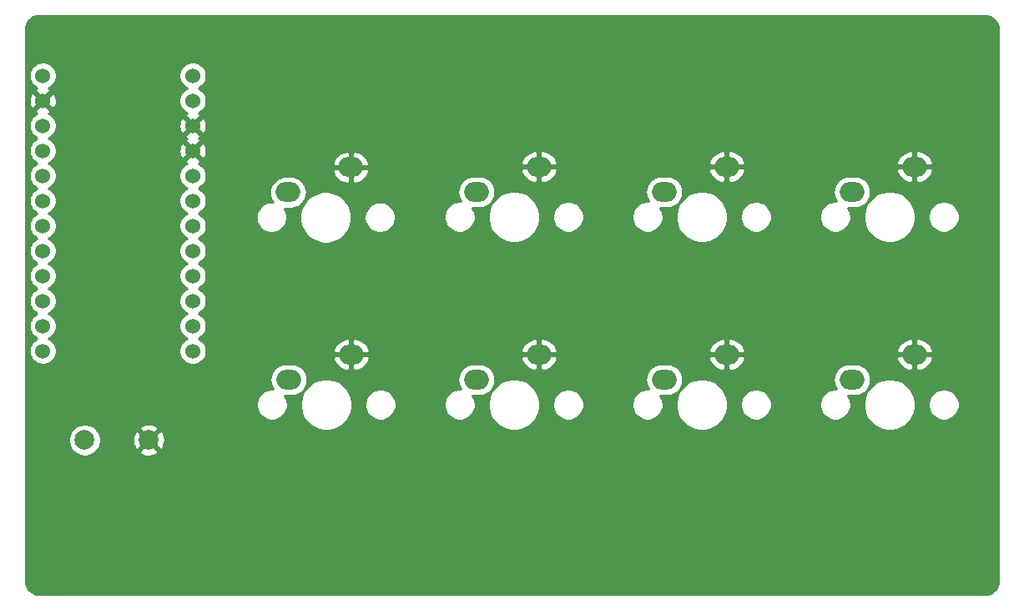
<source format=gbr>
G04 #@! TF.GenerationSoftware,KiCad,Pcbnew,(5.1.0)-1*
G04 #@! TF.CreationDate,2019-04-21T21:02:20+09:00*
G04 #@! TF.ProjectId,meishikbd,6d656973-6869-46b6-9264-2e6b69636164,rev?*
G04 #@! TF.SameCoordinates,Original*
G04 #@! TF.FileFunction,Copper,L2,Bot*
G04 #@! TF.FilePolarity,Positive*
%FSLAX46Y46*%
G04 Gerber Fmt 4.6, Leading zero omitted, Abs format (unit mm)*
G04 Created by KiCad (PCBNEW (5.1.0)-1) date 2019-04-21 21:02:20*
%MOMM*%
%LPD*%
G04 APERTURE LIST*
%ADD10O,2.500000X2.000000*%
%ADD11C,1.524000*%
%ADD12C,2.000000*%
%ADD13C,0.254000*%
G04 APERTURE END LIST*
D10*
X67340000Y-87560000D03*
X73690000Y-85020000D03*
X86390000Y-68510000D03*
X92740000Y-65970000D03*
X92740000Y-85020000D03*
X86390000Y-87560000D03*
X105440000Y-68510000D03*
X111790000Y-65970000D03*
X105440000Y-87560000D03*
X111790000Y-85020000D03*
X124490000Y-68510000D03*
X130840000Y-65970000D03*
X130840000Y-85020000D03*
X124490000Y-87560000D03*
D11*
X57611400Y-56722000D03*
X57611400Y-59262000D03*
X57611400Y-61802000D03*
X57611400Y-64342000D03*
X57611400Y-66882000D03*
X57611400Y-69422000D03*
X57611400Y-71962000D03*
X57611400Y-74502000D03*
X57611400Y-77042000D03*
X57611400Y-79582000D03*
X57611400Y-82122000D03*
X57611400Y-84662000D03*
X42391400Y-84662000D03*
X42391400Y-82122000D03*
X42391400Y-79582000D03*
X42391400Y-77042000D03*
X42391400Y-74502000D03*
X42391400Y-71962000D03*
X42391400Y-69422000D03*
X42391400Y-66882000D03*
X42391400Y-64342000D03*
X42391400Y-61802000D03*
X42391400Y-59262000D03*
X42391400Y-56722000D03*
D10*
X73640000Y-66020000D03*
X67290000Y-68560000D03*
D12*
X53150000Y-93700000D03*
X46650000Y-93700000D03*
D13*
G36*
X138259659Y-50688625D02*
G01*
X138509429Y-50764035D01*
X138739792Y-50886522D01*
X138941980Y-51051422D01*
X139108286Y-51252450D01*
X139232378Y-51481954D01*
X139309531Y-51731195D01*
X139340000Y-52021088D01*
X139340001Y-107967711D01*
X139311375Y-108259660D01*
X139235965Y-108509429D01*
X139113477Y-108739794D01*
X138948579Y-108941979D01*
X138747546Y-109108288D01*
X138518046Y-109232378D01*
X138268805Y-109309531D01*
X137978911Y-109340000D01*
X42032279Y-109340000D01*
X41740340Y-109311375D01*
X41490571Y-109235965D01*
X41260206Y-109113477D01*
X41058021Y-108948579D01*
X40891712Y-108747546D01*
X40767622Y-108518046D01*
X40690469Y-108268805D01*
X40660000Y-107978911D01*
X40660000Y-93538967D01*
X45015000Y-93538967D01*
X45015000Y-93861033D01*
X45077832Y-94176912D01*
X45201082Y-94474463D01*
X45380013Y-94742252D01*
X45607748Y-94969987D01*
X45875537Y-95148918D01*
X46173088Y-95272168D01*
X46488967Y-95335000D01*
X46811033Y-95335000D01*
X47126912Y-95272168D01*
X47424463Y-95148918D01*
X47692252Y-94969987D01*
X47826826Y-94835413D01*
X52194192Y-94835413D01*
X52289956Y-95099814D01*
X52579571Y-95240704D01*
X52891108Y-95322384D01*
X53212595Y-95341718D01*
X53531675Y-95297961D01*
X53836088Y-95192795D01*
X54010044Y-95099814D01*
X54105808Y-94835413D01*
X53150000Y-93879605D01*
X52194192Y-94835413D01*
X47826826Y-94835413D01*
X47919987Y-94742252D01*
X48098918Y-94474463D01*
X48222168Y-94176912D01*
X48285000Y-93861033D01*
X48285000Y-93762595D01*
X51508282Y-93762595D01*
X51552039Y-94081675D01*
X51657205Y-94386088D01*
X51750186Y-94560044D01*
X52014587Y-94655808D01*
X52970395Y-93700000D01*
X53329605Y-93700000D01*
X54285413Y-94655808D01*
X54549814Y-94560044D01*
X54690704Y-94270429D01*
X54772384Y-93958892D01*
X54791718Y-93637405D01*
X54747961Y-93318325D01*
X54642795Y-93013912D01*
X54549814Y-92839956D01*
X54285413Y-92744192D01*
X53329605Y-93700000D01*
X52970395Y-93700000D01*
X52014587Y-92744192D01*
X51750186Y-92839956D01*
X51609296Y-93129571D01*
X51527616Y-93441108D01*
X51508282Y-93762595D01*
X48285000Y-93762595D01*
X48285000Y-93538967D01*
X48222168Y-93223088D01*
X48098918Y-92925537D01*
X47919987Y-92657748D01*
X47826826Y-92564587D01*
X52194192Y-92564587D01*
X53150000Y-93520395D01*
X54105808Y-92564587D01*
X54010044Y-92300186D01*
X53720429Y-92159296D01*
X53408892Y-92077616D01*
X53087405Y-92058282D01*
X52768325Y-92102039D01*
X52463912Y-92207205D01*
X52289956Y-92300186D01*
X52194192Y-92564587D01*
X47826826Y-92564587D01*
X47692252Y-92430013D01*
X47424463Y-92251082D01*
X47126912Y-92127832D01*
X46811033Y-92065000D01*
X46488967Y-92065000D01*
X46173088Y-92127832D01*
X45875537Y-92251082D01*
X45607748Y-92430013D01*
X45380013Y-92657748D01*
X45201082Y-92925537D01*
X45077832Y-93223088D01*
X45015000Y-93538967D01*
X40660000Y-93538967D01*
X40660000Y-89943891D01*
X64065000Y-89943891D01*
X64065000Y-90256109D01*
X64125911Y-90562327D01*
X64245391Y-90850779D01*
X64418850Y-91110379D01*
X64639621Y-91331150D01*
X64899221Y-91504609D01*
X65187673Y-91624089D01*
X65493891Y-91685000D01*
X65806109Y-91685000D01*
X66112327Y-91624089D01*
X66400779Y-91504609D01*
X66660379Y-91331150D01*
X66881150Y-91110379D01*
X67054609Y-90850779D01*
X67174089Y-90562327D01*
X67235000Y-90256109D01*
X67235000Y-89943891D01*
X67214430Y-89840475D01*
X68515000Y-89840475D01*
X68515000Y-90359525D01*
X68616261Y-90868601D01*
X68814893Y-91348141D01*
X69103262Y-91779715D01*
X69470285Y-92146738D01*
X69901859Y-92435107D01*
X70381399Y-92633739D01*
X70890475Y-92735000D01*
X71409525Y-92735000D01*
X71918601Y-92633739D01*
X72398141Y-92435107D01*
X72829715Y-92146738D01*
X73196738Y-91779715D01*
X73485107Y-91348141D01*
X73683739Y-90868601D01*
X73785000Y-90359525D01*
X73785000Y-89943891D01*
X75065000Y-89943891D01*
X75065000Y-90256109D01*
X75125911Y-90562327D01*
X75245391Y-90850779D01*
X75418850Y-91110379D01*
X75639621Y-91331150D01*
X75899221Y-91504609D01*
X76187673Y-91624089D01*
X76493891Y-91685000D01*
X76806109Y-91685000D01*
X77112327Y-91624089D01*
X77400779Y-91504609D01*
X77660379Y-91331150D01*
X77881150Y-91110379D01*
X78054609Y-90850779D01*
X78174089Y-90562327D01*
X78235000Y-90256109D01*
X78235000Y-89943891D01*
X83115000Y-89943891D01*
X83115000Y-90256109D01*
X83175911Y-90562327D01*
X83295391Y-90850779D01*
X83468850Y-91110379D01*
X83689621Y-91331150D01*
X83949221Y-91504609D01*
X84237673Y-91624089D01*
X84543891Y-91685000D01*
X84856109Y-91685000D01*
X85162327Y-91624089D01*
X85450779Y-91504609D01*
X85710379Y-91331150D01*
X85931150Y-91110379D01*
X86104609Y-90850779D01*
X86224089Y-90562327D01*
X86285000Y-90256109D01*
X86285000Y-89943891D01*
X86264430Y-89840475D01*
X87565000Y-89840475D01*
X87565000Y-90359525D01*
X87666261Y-90868601D01*
X87864893Y-91348141D01*
X88153262Y-91779715D01*
X88520285Y-92146738D01*
X88951859Y-92435107D01*
X89431399Y-92633739D01*
X89940475Y-92735000D01*
X90459525Y-92735000D01*
X90968601Y-92633739D01*
X91448141Y-92435107D01*
X91879715Y-92146738D01*
X92246738Y-91779715D01*
X92535107Y-91348141D01*
X92733739Y-90868601D01*
X92835000Y-90359525D01*
X92835000Y-89943891D01*
X94115000Y-89943891D01*
X94115000Y-90256109D01*
X94175911Y-90562327D01*
X94295391Y-90850779D01*
X94468850Y-91110379D01*
X94689621Y-91331150D01*
X94949221Y-91504609D01*
X95237673Y-91624089D01*
X95543891Y-91685000D01*
X95856109Y-91685000D01*
X96162327Y-91624089D01*
X96450779Y-91504609D01*
X96710379Y-91331150D01*
X96931150Y-91110379D01*
X97104609Y-90850779D01*
X97224089Y-90562327D01*
X97285000Y-90256109D01*
X97285000Y-89943891D01*
X102165000Y-89943891D01*
X102165000Y-90256109D01*
X102225911Y-90562327D01*
X102345391Y-90850779D01*
X102518850Y-91110379D01*
X102739621Y-91331150D01*
X102999221Y-91504609D01*
X103287673Y-91624089D01*
X103593891Y-91685000D01*
X103906109Y-91685000D01*
X104212327Y-91624089D01*
X104500779Y-91504609D01*
X104760379Y-91331150D01*
X104981150Y-91110379D01*
X105154609Y-90850779D01*
X105274089Y-90562327D01*
X105335000Y-90256109D01*
X105335000Y-89943891D01*
X105314430Y-89840475D01*
X106615000Y-89840475D01*
X106615000Y-90359525D01*
X106716261Y-90868601D01*
X106914893Y-91348141D01*
X107203262Y-91779715D01*
X107570285Y-92146738D01*
X108001859Y-92435107D01*
X108481399Y-92633739D01*
X108990475Y-92735000D01*
X109509525Y-92735000D01*
X110018601Y-92633739D01*
X110498141Y-92435107D01*
X110929715Y-92146738D01*
X111296738Y-91779715D01*
X111585107Y-91348141D01*
X111783739Y-90868601D01*
X111885000Y-90359525D01*
X111885000Y-89943891D01*
X113165000Y-89943891D01*
X113165000Y-90256109D01*
X113225911Y-90562327D01*
X113345391Y-90850779D01*
X113518850Y-91110379D01*
X113739621Y-91331150D01*
X113999221Y-91504609D01*
X114287673Y-91624089D01*
X114593891Y-91685000D01*
X114906109Y-91685000D01*
X115212327Y-91624089D01*
X115500779Y-91504609D01*
X115760379Y-91331150D01*
X115981150Y-91110379D01*
X116154609Y-90850779D01*
X116274089Y-90562327D01*
X116335000Y-90256109D01*
X116335000Y-89943891D01*
X121215000Y-89943891D01*
X121215000Y-90256109D01*
X121275911Y-90562327D01*
X121395391Y-90850779D01*
X121568850Y-91110379D01*
X121789621Y-91331150D01*
X122049221Y-91504609D01*
X122337673Y-91624089D01*
X122643891Y-91685000D01*
X122956109Y-91685000D01*
X123262327Y-91624089D01*
X123550779Y-91504609D01*
X123810379Y-91331150D01*
X124031150Y-91110379D01*
X124204609Y-90850779D01*
X124324089Y-90562327D01*
X124385000Y-90256109D01*
X124385000Y-89943891D01*
X124364430Y-89840475D01*
X125665000Y-89840475D01*
X125665000Y-90359525D01*
X125766261Y-90868601D01*
X125964893Y-91348141D01*
X126253262Y-91779715D01*
X126620285Y-92146738D01*
X127051859Y-92435107D01*
X127531399Y-92633739D01*
X128040475Y-92735000D01*
X128559525Y-92735000D01*
X129068601Y-92633739D01*
X129548141Y-92435107D01*
X129979715Y-92146738D01*
X130346738Y-91779715D01*
X130635107Y-91348141D01*
X130833739Y-90868601D01*
X130935000Y-90359525D01*
X130935000Y-89943891D01*
X132215000Y-89943891D01*
X132215000Y-90256109D01*
X132275911Y-90562327D01*
X132395391Y-90850779D01*
X132568850Y-91110379D01*
X132789621Y-91331150D01*
X133049221Y-91504609D01*
X133337673Y-91624089D01*
X133643891Y-91685000D01*
X133956109Y-91685000D01*
X134262327Y-91624089D01*
X134550779Y-91504609D01*
X134810379Y-91331150D01*
X135031150Y-91110379D01*
X135204609Y-90850779D01*
X135324089Y-90562327D01*
X135385000Y-90256109D01*
X135385000Y-89943891D01*
X135324089Y-89637673D01*
X135204609Y-89349221D01*
X135031150Y-89089621D01*
X134810379Y-88868850D01*
X134550779Y-88695391D01*
X134262327Y-88575911D01*
X133956109Y-88515000D01*
X133643891Y-88515000D01*
X133337673Y-88575911D01*
X133049221Y-88695391D01*
X132789621Y-88868850D01*
X132568850Y-89089621D01*
X132395391Y-89349221D01*
X132275911Y-89637673D01*
X132215000Y-89943891D01*
X130935000Y-89943891D01*
X130935000Y-89840475D01*
X130833739Y-89331399D01*
X130635107Y-88851859D01*
X130346738Y-88420285D01*
X129979715Y-88053262D01*
X129548141Y-87764893D01*
X129068601Y-87566261D01*
X128559525Y-87465000D01*
X128040475Y-87465000D01*
X127531399Y-87566261D01*
X127051859Y-87764893D01*
X126620285Y-88053262D01*
X126253262Y-88420285D01*
X125964893Y-88851859D01*
X125766261Y-89331399D01*
X125665000Y-89840475D01*
X124364430Y-89840475D01*
X124324089Y-89637673D01*
X124204609Y-89349221D01*
X124097468Y-89188873D01*
X124159678Y-89195000D01*
X124820322Y-89195000D01*
X125060516Y-89171343D01*
X125368715Y-89077852D01*
X125652752Y-88926031D01*
X125901714Y-88721714D01*
X126106031Y-88472752D01*
X126257852Y-88188715D01*
X126351343Y-87880516D01*
X126382911Y-87560000D01*
X126351343Y-87239484D01*
X126257852Y-86931285D01*
X126106031Y-86647248D01*
X125901714Y-86398286D01*
X125652752Y-86193969D01*
X125368715Y-86042148D01*
X125060516Y-85948657D01*
X124820322Y-85925000D01*
X124159678Y-85925000D01*
X123919484Y-85948657D01*
X123611285Y-86042148D01*
X123327248Y-86193969D01*
X123078286Y-86398286D01*
X122873969Y-86647248D01*
X122722148Y-86931285D01*
X122628657Y-87239484D01*
X122597089Y-87560000D01*
X122628657Y-87880516D01*
X122722148Y-88188715D01*
X122873969Y-88472752D01*
X122908641Y-88515000D01*
X122643891Y-88515000D01*
X122337673Y-88575911D01*
X122049221Y-88695391D01*
X121789621Y-88868850D01*
X121568850Y-89089621D01*
X121395391Y-89349221D01*
X121275911Y-89637673D01*
X121215000Y-89943891D01*
X116335000Y-89943891D01*
X116274089Y-89637673D01*
X116154609Y-89349221D01*
X115981150Y-89089621D01*
X115760379Y-88868850D01*
X115500779Y-88695391D01*
X115212327Y-88575911D01*
X114906109Y-88515000D01*
X114593891Y-88515000D01*
X114287673Y-88575911D01*
X113999221Y-88695391D01*
X113739621Y-88868850D01*
X113518850Y-89089621D01*
X113345391Y-89349221D01*
X113225911Y-89637673D01*
X113165000Y-89943891D01*
X111885000Y-89943891D01*
X111885000Y-89840475D01*
X111783739Y-89331399D01*
X111585107Y-88851859D01*
X111296738Y-88420285D01*
X110929715Y-88053262D01*
X110498141Y-87764893D01*
X110018601Y-87566261D01*
X109509525Y-87465000D01*
X108990475Y-87465000D01*
X108481399Y-87566261D01*
X108001859Y-87764893D01*
X107570285Y-88053262D01*
X107203262Y-88420285D01*
X106914893Y-88851859D01*
X106716261Y-89331399D01*
X106615000Y-89840475D01*
X105314430Y-89840475D01*
X105274089Y-89637673D01*
X105154609Y-89349221D01*
X105047468Y-89188873D01*
X105109678Y-89195000D01*
X105770322Y-89195000D01*
X106010516Y-89171343D01*
X106318715Y-89077852D01*
X106602752Y-88926031D01*
X106851714Y-88721714D01*
X107056031Y-88472752D01*
X107207852Y-88188715D01*
X107301343Y-87880516D01*
X107332911Y-87560000D01*
X107301343Y-87239484D01*
X107207852Y-86931285D01*
X107056031Y-86647248D01*
X106851714Y-86398286D01*
X106602752Y-86193969D01*
X106318715Y-86042148D01*
X106010516Y-85948657D01*
X105770322Y-85925000D01*
X105109678Y-85925000D01*
X104869484Y-85948657D01*
X104561285Y-86042148D01*
X104277248Y-86193969D01*
X104028286Y-86398286D01*
X103823969Y-86647248D01*
X103672148Y-86931285D01*
X103578657Y-87239484D01*
X103547089Y-87560000D01*
X103578657Y-87880516D01*
X103672148Y-88188715D01*
X103823969Y-88472752D01*
X103858641Y-88515000D01*
X103593891Y-88515000D01*
X103287673Y-88575911D01*
X102999221Y-88695391D01*
X102739621Y-88868850D01*
X102518850Y-89089621D01*
X102345391Y-89349221D01*
X102225911Y-89637673D01*
X102165000Y-89943891D01*
X97285000Y-89943891D01*
X97224089Y-89637673D01*
X97104609Y-89349221D01*
X96931150Y-89089621D01*
X96710379Y-88868850D01*
X96450779Y-88695391D01*
X96162327Y-88575911D01*
X95856109Y-88515000D01*
X95543891Y-88515000D01*
X95237673Y-88575911D01*
X94949221Y-88695391D01*
X94689621Y-88868850D01*
X94468850Y-89089621D01*
X94295391Y-89349221D01*
X94175911Y-89637673D01*
X94115000Y-89943891D01*
X92835000Y-89943891D01*
X92835000Y-89840475D01*
X92733739Y-89331399D01*
X92535107Y-88851859D01*
X92246738Y-88420285D01*
X91879715Y-88053262D01*
X91448141Y-87764893D01*
X90968601Y-87566261D01*
X90459525Y-87465000D01*
X89940475Y-87465000D01*
X89431399Y-87566261D01*
X88951859Y-87764893D01*
X88520285Y-88053262D01*
X88153262Y-88420285D01*
X87864893Y-88851859D01*
X87666261Y-89331399D01*
X87565000Y-89840475D01*
X86264430Y-89840475D01*
X86224089Y-89637673D01*
X86104609Y-89349221D01*
X85997468Y-89188873D01*
X86059678Y-89195000D01*
X86720322Y-89195000D01*
X86960516Y-89171343D01*
X87268715Y-89077852D01*
X87552752Y-88926031D01*
X87801714Y-88721714D01*
X88006031Y-88472752D01*
X88157852Y-88188715D01*
X88251343Y-87880516D01*
X88282911Y-87560000D01*
X88251343Y-87239484D01*
X88157852Y-86931285D01*
X88006031Y-86647248D01*
X87801714Y-86398286D01*
X87552752Y-86193969D01*
X87268715Y-86042148D01*
X86960516Y-85948657D01*
X86720322Y-85925000D01*
X86059678Y-85925000D01*
X85819484Y-85948657D01*
X85511285Y-86042148D01*
X85227248Y-86193969D01*
X84978286Y-86398286D01*
X84773969Y-86647248D01*
X84622148Y-86931285D01*
X84528657Y-87239484D01*
X84497089Y-87560000D01*
X84528657Y-87880516D01*
X84622148Y-88188715D01*
X84773969Y-88472752D01*
X84808641Y-88515000D01*
X84543891Y-88515000D01*
X84237673Y-88575911D01*
X83949221Y-88695391D01*
X83689621Y-88868850D01*
X83468850Y-89089621D01*
X83295391Y-89349221D01*
X83175911Y-89637673D01*
X83115000Y-89943891D01*
X78235000Y-89943891D01*
X78174089Y-89637673D01*
X78054609Y-89349221D01*
X77881150Y-89089621D01*
X77660379Y-88868850D01*
X77400779Y-88695391D01*
X77112327Y-88575911D01*
X76806109Y-88515000D01*
X76493891Y-88515000D01*
X76187673Y-88575911D01*
X75899221Y-88695391D01*
X75639621Y-88868850D01*
X75418850Y-89089621D01*
X75245391Y-89349221D01*
X75125911Y-89637673D01*
X75065000Y-89943891D01*
X73785000Y-89943891D01*
X73785000Y-89840475D01*
X73683739Y-89331399D01*
X73485107Y-88851859D01*
X73196738Y-88420285D01*
X72829715Y-88053262D01*
X72398141Y-87764893D01*
X71918601Y-87566261D01*
X71409525Y-87465000D01*
X70890475Y-87465000D01*
X70381399Y-87566261D01*
X69901859Y-87764893D01*
X69470285Y-88053262D01*
X69103262Y-88420285D01*
X68814893Y-88851859D01*
X68616261Y-89331399D01*
X68515000Y-89840475D01*
X67214430Y-89840475D01*
X67174089Y-89637673D01*
X67054609Y-89349221D01*
X66947468Y-89188873D01*
X67009678Y-89195000D01*
X67670322Y-89195000D01*
X67910516Y-89171343D01*
X68218715Y-89077852D01*
X68502752Y-88926031D01*
X68751714Y-88721714D01*
X68956031Y-88472752D01*
X69107852Y-88188715D01*
X69201343Y-87880516D01*
X69232911Y-87560000D01*
X69201343Y-87239484D01*
X69107852Y-86931285D01*
X68956031Y-86647248D01*
X68751714Y-86398286D01*
X68502752Y-86193969D01*
X68218715Y-86042148D01*
X67910516Y-85948657D01*
X67670322Y-85925000D01*
X67009678Y-85925000D01*
X66769484Y-85948657D01*
X66461285Y-86042148D01*
X66177248Y-86193969D01*
X65928286Y-86398286D01*
X65723969Y-86647248D01*
X65572148Y-86931285D01*
X65478657Y-87239484D01*
X65447089Y-87560000D01*
X65478657Y-87880516D01*
X65572148Y-88188715D01*
X65723969Y-88472752D01*
X65758641Y-88515000D01*
X65493891Y-88515000D01*
X65187673Y-88575911D01*
X64899221Y-88695391D01*
X64639621Y-88868850D01*
X64418850Y-89089621D01*
X64245391Y-89349221D01*
X64125911Y-89637673D01*
X64065000Y-89943891D01*
X40660000Y-89943891D01*
X40660000Y-61664408D01*
X40994400Y-61664408D01*
X40994400Y-61939592D01*
X41048086Y-62209490D01*
X41153395Y-62463727D01*
X41306280Y-62692535D01*
X41500865Y-62887120D01*
X41729673Y-63040005D01*
X41806915Y-63072000D01*
X41729673Y-63103995D01*
X41500865Y-63256880D01*
X41306280Y-63451465D01*
X41153395Y-63680273D01*
X41048086Y-63934510D01*
X40994400Y-64204408D01*
X40994400Y-64479592D01*
X41048086Y-64749490D01*
X41153395Y-65003727D01*
X41306280Y-65232535D01*
X41500865Y-65427120D01*
X41729673Y-65580005D01*
X41806915Y-65612000D01*
X41729673Y-65643995D01*
X41500865Y-65796880D01*
X41306280Y-65991465D01*
X41153395Y-66220273D01*
X41048086Y-66474510D01*
X40994400Y-66744408D01*
X40994400Y-67019592D01*
X41048086Y-67289490D01*
X41153395Y-67543727D01*
X41306280Y-67772535D01*
X41500865Y-67967120D01*
X41729673Y-68120005D01*
X41806915Y-68152000D01*
X41729673Y-68183995D01*
X41500865Y-68336880D01*
X41306280Y-68531465D01*
X41153395Y-68760273D01*
X41048086Y-69014510D01*
X40994400Y-69284408D01*
X40994400Y-69559592D01*
X41048086Y-69829490D01*
X41153395Y-70083727D01*
X41306280Y-70312535D01*
X41500865Y-70507120D01*
X41729673Y-70660005D01*
X41806915Y-70692000D01*
X41729673Y-70723995D01*
X41500865Y-70876880D01*
X41306280Y-71071465D01*
X41153395Y-71300273D01*
X41048086Y-71554510D01*
X40994400Y-71824408D01*
X40994400Y-72099592D01*
X41048086Y-72369490D01*
X41153395Y-72623727D01*
X41306280Y-72852535D01*
X41500865Y-73047120D01*
X41729673Y-73200005D01*
X41806915Y-73232000D01*
X41729673Y-73263995D01*
X41500865Y-73416880D01*
X41306280Y-73611465D01*
X41153395Y-73840273D01*
X41048086Y-74094510D01*
X40994400Y-74364408D01*
X40994400Y-74639592D01*
X41048086Y-74909490D01*
X41153395Y-75163727D01*
X41306280Y-75392535D01*
X41500865Y-75587120D01*
X41729673Y-75740005D01*
X41806915Y-75772000D01*
X41729673Y-75803995D01*
X41500865Y-75956880D01*
X41306280Y-76151465D01*
X41153395Y-76380273D01*
X41048086Y-76634510D01*
X40994400Y-76904408D01*
X40994400Y-77179592D01*
X41048086Y-77449490D01*
X41153395Y-77703727D01*
X41306280Y-77932535D01*
X41500865Y-78127120D01*
X41729673Y-78280005D01*
X41806915Y-78312000D01*
X41729673Y-78343995D01*
X41500865Y-78496880D01*
X41306280Y-78691465D01*
X41153395Y-78920273D01*
X41048086Y-79174510D01*
X40994400Y-79444408D01*
X40994400Y-79719592D01*
X41048086Y-79989490D01*
X41153395Y-80243727D01*
X41306280Y-80472535D01*
X41500865Y-80667120D01*
X41729673Y-80820005D01*
X41806915Y-80852000D01*
X41729673Y-80883995D01*
X41500865Y-81036880D01*
X41306280Y-81231465D01*
X41153395Y-81460273D01*
X41048086Y-81714510D01*
X40994400Y-81984408D01*
X40994400Y-82259592D01*
X41048086Y-82529490D01*
X41153395Y-82783727D01*
X41306280Y-83012535D01*
X41500865Y-83207120D01*
X41729673Y-83360005D01*
X41806915Y-83392000D01*
X41729673Y-83423995D01*
X41500865Y-83576880D01*
X41306280Y-83771465D01*
X41153395Y-84000273D01*
X41048086Y-84254510D01*
X40994400Y-84524408D01*
X40994400Y-84799592D01*
X41048086Y-85069490D01*
X41153395Y-85323727D01*
X41306280Y-85552535D01*
X41500865Y-85747120D01*
X41729673Y-85900005D01*
X41983910Y-86005314D01*
X42253808Y-86059000D01*
X42528992Y-86059000D01*
X42798890Y-86005314D01*
X43053127Y-85900005D01*
X43281935Y-85747120D01*
X43476520Y-85552535D01*
X43629405Y-85323727D01*
X43734714Y-85069490D01*
X43788400Y-84799592D01*
X43788400Y-84524408D01*
X43734714Y-84254510D01*
X43629405Y-84000273D01*
X43476520Y-83771465D01*
X43281935Y-83576880D01*
X43053127Y-83423995D01*
X42975885Y-83392000D01*
X43053127Y-83360005D01*
X43281935Y-83207120D01*
X43476520Y-83012535D01*
X43629405Y-82783727D01*
X43734714Y-82529490D01*
X43788400Y-82259592D01*
X43788400Y-81984408D01*
X43734714Y-81714510D01*
X43629405Y-81460273D01*
X43476520Y-81231465D01*
X43281935Y-81036880D01*
X43053127Y-80883995D01*
X42975885Y-80852000D01*
X43053127Y-80820005D01*
X43281935Y-80667120D01*
X43476520Y-80472535D01*
X43629405Y-80243727D01*
X43734714Y-79989490D01*
X43788400Y-79719592D01*
X43788400Y-79444408D01*
X43734714Y-79174510D01*
X43629405Y-78920273D01*
X43476520Y-78691465D01*
X43281935Y-78496880D01*
X43053127Y-78343995D01*
X42975885Y-78312000D01*
X43053127Y-78280005D01*
X43281935Y-78127120D01*
X43476520Y-77932535D01*
X43629405Y-77703727D01*
X43734714Y-77449490D01*
X43788400Y-77179592D01*
X43788400Y-76904408D01*
X43734714Y-76634510D01*
X43629405Y-76380273D01*
X43476520Y-76151465D01*
X43281935Y-75956880D01*
X43053127Y-75803995D01*
X42975885Y-75772000D01*
X43053127Y-75740005D01*
X43281935Y-75587120D01*
X43476520Y-75392535D01*
X43629405Y-75163727D01*
X43734714Y-74909490D01*
X43788400Y-74639592D01*
X43788400Y-74364408D01*
X43734714Y-74094510D01*
X43629405Y-73840273D01*
X43476520Y-73611465D01*
X43281935Y-73416880D01*
X43053127Y-73263995D01*
X42975885Y-73232000D01*
X43053127Y-73200005D01*
X43281935Y-73047120D01*
X43476520Y-72852535D01*
X43629405Y-72623727D01*
X43734714Y-72369490D01*
X43788400Y-72099592D01*
X43788400Y-71824408D01*
X43734714Y-71554510D01*
X43629405Y-71300273D01*
X43476520Y-71071465D01*
X43281935Y-70876880D01*
X43053127Y-70723995D01*
X42975885Y-70692000D01*
X43053127Y-70660005D01*
X43281935Y-70507120D01*
X43476520Y-70312535D01*
X43629405Y-70083727D01*
X43734714Y-69829490D01*
X43788400Y-69559592D01*
X43788400Y-69284408D01*
X43734714Y-69014510D01*
X43629405Y-68760273D01*
X43476520Y-68531465D01*
X43281935Y-68336880D01*
X43053127Y-68183995D01*
X42975885Y-68152000D01*
X43053127Y-68120005D01*
X43281935Y-67967120D01*
X43476520Y-67772535D01*
X43629405Y-67543727D01*
X43734714Y-67289490D01*
X43788400Y-67019592D01*
X43788400Y-66744408D01*
X56214400Y-66744408D01*
X56214400Y-67019592D01*
X56268086Y-67289490D01*
X56373395Y-67543727D01*
X56526280Y-67772535D01*
X56720865Y-67967120D01*
X56949673Y-68120005D01*
X57026915Y-68152000D01*
X56949673Y-68183995D01*
X56720865Y-68336880D01*
X56526280Y-68531465D01*
X56373395Y-68760273D01*
X56268086Y-69014510D01*
X56214400Y-69284408D01*
X56214400Y-69559592D01*
X56268086Y-69829490D01*
X56373395Y-70083727D01*
X56526280Y-70312535D01*
X56720865Y-70507120D01*
X56949673Y-70660005D01*
X57026915Y-70692000D01*
X56949673Y-70723995D01*
X56720865Y-70876880D01*
X56526280Y-71071465D01*
X56373395Y-71300273D01*
X56268086Y-71554510D01*
X56214400Y-71824408D01*
X56214400Y-72099592D01*
X56268086Y-72369490D01*
X56373395Y-72623727D01*
X56526280Y-72852535D01*
X56720865Y-73047120D01*
X56949673Y-73200005D01*
X57026915Y-73232000D01*
X56949673Y-73263995D01*
X56720865Y-73416880D01*
X56526280Y-73611465D01*
X56373395Y-73840273D01*
X56268086Y-74094510D01*
X56214400Y-74364408D01*
X56214400Y-74639592D01*
X56268086Y-74909490D01*
X56373395Y-75163727D01*
X56526280Y-75392535D01*
X56720865Y-75587120D01*
X56949673Y-75740005D01*
X57026915Y-75772000D01*
X56949673Y-75803995D01*
X56720865Y-75956880D01*
X56526280Y-76151465D01*
X56373395Y-76380273D01*
X56268086Y-76634510D01*
X56214400Y-76904408D01*
X56214400Y-77179592D01*
X56268086Y-77449490D01*
X56373395Y-77703727D01*
X56526280Y-77932535D01*
X56720865Y-78127120D01*
X56949673Y-78280005D01*
X57026915Y-78312000D01*
X56949673Y-78343995D01*
X56720865Y-78496880D01*
X56526280Y-78691465D01*
X56373395Y-78920273D01*
X56268086Y-79174510D01*
X56214400Y-79444408D01*
X56214400Y-79719592D01*
X56268086Y-79989490D01*
X56373395Y-80243727D01*
X56526280Y-80472535D01*
X56720865Y-80667120D01*
X56949673Y-80820005D01*
X57026915Y-80852000D01*
X56949673Y-80883995D01*
X56720865Y-81036880D01*
X56526280Y-81231465D01*
X56373395Y-81460273D01*
X56268086Y-81714510D01*
X56214400Y-81984408D01*
X56214400Y-82259592D01*
X56268086Y-82529490D01*
X56373395Y-82783727D01*
X56526280Y-83012535D01*
X56720865Y-83207120D01*
X56949673Y-83360005D01*
X57026915Y-83392000D01*
X56949673Y-83423995D01*
X56720865Y-83576880D01*
X56526280Y-83771465D01*
X56373395Y-84000273D01*
X56268086Y-84254510D01*
X56214400Y-84524408D01*
X56214400Y-84799592D01*
X56268086Y-85069490D01*
X56373395Y-85323727D01*
X56526280Y-85552535D01*
X56720865Y-85747120D01*
X56949673Y-85900005D01*
X57203910Y-86005314D01*
X57473808Y-86059000D01*
X57748992Y-86059000D01*
X58018890Y-86005314D01*
X58273127Y-85900005D01*
X58501935Y-85747120D01*
X58696520Y-85552535D01*
X58798150Y-85400434D01*
X71849876Y-85400434D01*
X71874256Y-85522398D01*
X72002354Y-85818206D01*
X72185700Y-86083340D01*
X72417248Y-86307610D01*
X72688100Y-86482398D01*
X72987847Y-86600987D01*
X73304970Y-86658819D01*
X73563000Y-86501016D01*
X73563000Y-85147000D01*
X73817000Y-85147000D01*
X73817000Y-86501016D01*
X74075030Y-86658819D01*
X74392153Y-86600987D01*
X74691900Y-86482398D01*
X74962752Y-86307610D01*
X75194300Y-86083340D01*
X75377646Y-85818206D01*
X75505744Y-85522398D01*
X75530124Y-85400434D01*
X90899876Y-85400434D01*
X90924256Y-85522398D01*
X91052354Y-85818206D01*
X91235700Y-86083340D01*
X91467248Y-86307610D01*
X91738100Y-86482398D01*
X92037847Y-86600987D01*
X92354970Y-86658819D01*
X92613000Y-86501016D01*
X92613000Y-85147000D01*
X92867000Y-85147000D01*
X92867000Y-86501016D01*
X93125030Y-86658819D01*
X93442153Y-86600987D01*
X93741900Y-86482398D01*
X94012752Y-86307610D01*
X94244300Y-86083340D01*
X94427646Y-85818206D01*
X94555744Y-85522398D01*
X94580124Y-85400434D01*
X109949876Y-85400434D01*
X109974256Y-85522398D01*
X110102354Y-85818206D01*
X110285700Y-86083340D01*
X110517248Y-86307610D01*
X110788100Y-86482398D01*
X111087847Y-86600987D01*
X111404970Y-86658819D01*
X111663000Y-86501016D01*
X111663000Y-85147000D01*
X111917000Y-85147000D01*
X111917000Y-86501016D01*
X112175030Y-86658819D01*
X112492153Y-86600987D01*
X112791900Y-86482398D01*
X113062752Y-86307610D01*
X113294300Y-86083340D01*
X113477646Y-85818206D01*
X113605744Y-85522398D01*
X113630124Y-85400434D01*
X128999876Y-85400434D01*
X129024256Y-85522398D01*
X129152354Y-85818206D01*
X129335700Y-86083340D01*
X129567248Y-86307610D01*
X129838100Y-86482398D01*
X130137847Y-86600987D01*
X130454970Y-86658819D01*
X130713000Y-86501016D01*
X130713000Y-85147000D01*
X130967000Y-85147000D01*
X130967000Y-86501016D01*
X131225030Y-86658819D01*
X131542153Y-86600987D01*
X131841900Y-86482398D01*
X132112752Y-86307610D01*
X132344300Y-86083340D01*
X132527646Y-85818206D01*
X132655744Y-85522398D01*
X132680124Y-85400434D01*
X132560777Y-85147000D01*
X130967000Y-85147000D01*
X130713000Y-85147000D01*
X129119223Y-85147000D01*
X128999876Y-85400434D01*
X113630124Y-85400434D01*
X113510777Y-85147000D01*
X111917000Y-85147000D01*
X111663000Y-85147000D01*
X110069223Y-85147000D01*
X109949876Y-85400434D01*
X94580124Y-85400434D01*
X94460777Y-85147000D01*
X92867000Y-85147000D01*
X92613000Y-85147000D01*
X91019223Y-85147000D01*
X90899876Y-85400434D01*
X75530124Y-85400434D01*
X75410777Y-85147000D01*
X73817000Y-85147000D01*
X73563000Y-85147000D01*
X71969223Y-85147000D01*
X71849876Y-85400434D01*
X58798150Y-85400434D01*
X58849405Y-85323727D01*
X58954714Y-85069490D01*
X59008400Y-84799592D01*
X59008400Y-84639566D01*
X71849876Y-84639566D01*
X71969223Y-84893000D01*
X73563000Y-84893000D01*
X73563000Y-83538984D01*
X73817000Y-83538984D01*
X73817000Y-84893000D01*
X75410777Y-84893000D01*
X75530124Y-84639566D01*
X90899876Y-84639566D01*
X91019223Y-84893000D01*
X92613000Y-84893000D01*
X92613000Y-83538984D01*
X92867000Y-83538984D01*
X92867000Y-84893000D01*
X94460777Y-84893000D01*
X94580124Y-84639566D01*
X109949876Y-84639566D01*
X110069223Y-84893000D01*
X111663000Y-84893000D01*
X111663000Y-83538984D01*
X111917000Y-83538984D01*
X111917000Y-84893000D01*
X113510777Y-84893000D01*
X113630124Y-84639566D01*
X128999876Y-84639566D01*
X129119223Y-84893000D01*
X130713000Y-84893000D01*
X130713000Y-83538984D01*
X130967000Y-83538984D01*
X130967000Y-84893000D01*
X132560777Y-84893000D01*
X132680124Y-84639566D01*
X132655744Y-84517602D01*
X132527646Y-84221794D01*
X132344300Y-83956660D01*
X132112752Y-83732390D01*
X131841900Y-83557602D01*
X131542153Y-83439013D01*
X131225030Y-83381181D01*
X130967000Y-83538984D01*
X130713000Y-83538984D01*
X130454970Y-83381181D01*
X130137847Y-83439013D01*
X129838100Y-83557602D01*
X129567248Y-83732390D01*
X129335700Y-83956660D01*
X129152354Y-84221794D01*
X129024256Y-84517602D01*
X128999876Y-84639566D01*
X113630124Y-84639566D01*
X113605744Y-84517602D01*
X113477646Y-84221794D01*
X113294300Y-83956660D01*
X113062752Y-83732390D01*
X112791900Y-83557602D01*
X112492153Y-83439013D01*
X112175030Y-83381181D01*
X111917000Y-83538984D01*
X111663000Y-83538984D01*
X111404970Y-83381181D01*
X111087847Y-83439013D01*
X110788100Y-83557602D01*
X110517248Y-83732390D01*
X110285700Y-83956660D01*
X110102354Y-84221794D01*
X109974256Y-84517602D01*
X109949876Y-84639566D01*
X94580124Y-84639566D01*
X94555744Y-84517602D01*
X94427646Y-84221794D01*
X94244300Y-83956660D01*
X94012752Y-83732390D01*
X93741900Y-83557602D01*
X93442153Y-83439013D01*
X93125030Y-83381181D01*
X92867000Y-83538984D01*
X92613000Y-83538984D01*
X92354970Y-83381181D01*
X92037847Y-83439013D01*
X91738100Y-83557602D01*
X91467248Y-83732390D01*
X91235700Y-83956660D01*
X91052354Y-84221794D01*
X90924256Y-84517602D01*
X90899876Y-84639566D01*
X75530124Y-84639566D01*
X75505744Y-84517602D01*
X75377646Y-84221794D01*
X75194300Y-83956660D01*
X74962752Y-83732390D01*
X74691900Y-83557602D01*
X74392153Y-83439013D01*
X74075030Y-83381181D01*
X73817000Y-83538984D01*
X73563000Y-83538984D01*
X73304970Y-83381181D01*
X72987847Y-83439013D01*
X72688100Y-83557602D01*
X72417248Y-83732390D01*
X72185700Y-83956660D01*
X72002354Y-84221794D01*
X71874256Y-84517602D01*
X71849876Y-84639566D01*
X59008400Y-84639566D01*
X59008400Y-84524408D01*
X58954714Y-84254510D01*
X58849405Y-84000273D01*
X58696520Y-83771465D01*
X58501935Y-83576880D01*
X58273127Y-83423995D01*
X58195885Y-83392000D01*
X58273127Y-83360005D01*
X58501935Y-83207120D01*
X58696520Y-83012535D01*
X58849405Y-82783727D01*
X58954714Y-82529490D01*
X59008400Y-82259592D01*
X59008400Y-81984408D01*
X58954714Y-81714510D01*
X58849405Y-81460273D01*
X58696520Y-81231465D01*
X58501935Y-81036880D01*
X58273127Y-80883995D01*
X58195885Y-80852000D01*
X58273127Y-80820005D01*
X58501935Y-80667120D01*
X58696520Y-80472535D01*
X58849405Y-80243727D01*
X58954714Y-79989490D01*
X59008400Y-79719592D01*
X59008400Y-79444408D01*
X58954714Y-79174510D01*
X58849405Y-78920273D01*
X58696520Y-78691465D01*
X58501935Y-78496880D01*
X58273127Y-78343995D01*
X58195885Y-78312000D01*
X58273127Y-78280005D01*
X58501935Y-78127120D01*
X58696520Y-77932535D01*
X58849405Y-77703727D01*
X58954714Y-77449490D01*
X59008400Y-77179592D01*
X59008400Y-76904408D01*
X58954714Y-76634510D01*
X58849405Y-76380273D01*
X58696520Y-76151465D01*
X58501935Y-75956880D01*
X58273127Y-75803995D01*
X58195885Y-75772000D01*
X58273127Y-75740005D01*
X58501935Y-75587120D01*
X58696520Y-75392535D01*
X58849405Y-75163727D01*
X58954714Y-74909490D01*
X59008400Y-74639592D01*
X59008400Y-74364408D01*
X58954714Y-74094510D01*
X58849405Y-73840273D01*
X58696520Y-73611465D01*
X58501935Y-73416880D01*
X58273127Y-73263995D01*
X58195885Y-73232000D01*
X58273127Y-73200005D01*
X58501935Y-73047120D01*
X58696520Y-72852535D01*
X58849405Y-72623727D01*
X58954714Y-72369490D01*
X59008400Y-72099592D01*
X59008400Y-71824408D01*
X58954714Y-71554510D01*
X58849405Y-71300273D01*
X58696520Y-71071465D01*
X58568946Y-70943891D01*
X64015000Y-70943891D01*
X64015000Y-71256109D01*
X64075911Y-71562327D01*
X64195391Y-71850779D01*
X64368850Y-72110379D01*
X64589621Y-72331150D01*
X64849221Y-72504609D01*
X65137673Y-72624089D01*
X65443891Y-72685000D01*
X65756109Y-72685000D01*
X66062327Y-72624089D01*
X66350779Y-72504609D01*
X66610379Y-72331150D01*
X66831150Y-72110379D01*
X67004609Y-71850779D01*
X67124089Y-71562327D01*
X67185000Y-71256109D01*
X67185000Y-70943891D01*
X67164430Y-70840475D01*
X68465000Y-70840475D01*
X68465000Y-71359525D01*
X68566261Y-71868601D01*
X68764893Y-72348141D01*
X69053262Y-72779715D01*
X69420285Y-73146738D01*
X69851859Y-73435107D01*
X70331399Y-73633739D01*
X70840475Y-73735000D01*
X71359525Y-73735000D01*
X71868601Y-73633739D01*
X72348141Y-73435107D01*
X72779715Y-73146738D01*
X73146738Y-72779715D01*
X73435107Y-72348141D01*
X73633739Y-71868601D01*
X73735000Y-71359525D01*
X73735000Y-70943891D01*
X75015000Y-70943891D01*
X75015000Y-71256109D01*
X75075911Y-71562327D01*
X75195391Y-71850779D01*
X75368850Y-72110379D01*
X75589621Y-72331150D01*
X75849221Y-72504609D01*
X76137673Y-72624089D01*
X76443891Y-72685000D01*
X76756109Y-72685000D01*
X77062327Y-72624089D01*
X77350779Y-72504609D01*
X77610379Y-72331150D01*
X77831150Y-72110379D01*
X78004609Y-71850779D01*
X78124089Y-71562327D01*
X78185000Y-71256109D01*
X78185000Y-70943891D01*
X78175055Y-70893891D01*
X83115000Y-70893891D01*
X83115000Y-71206109D01*
X83175911Y-71512327D01*
X83295391Y-71800779D01*
X83468850Y-72060379D01*
X83689621Y-72281150D01*
X83949221Y-72454609D01*
X84237673Y-72574089D01*
X84543891Y-72635000D01*
X84856109Y-72635000D01*
X85162327Y-72574089D01*
X85450779Y-72454609D01*
X85710379Y-72281150D01*
X85931150Y-72060379D01*
X86104609Y-71800779D01*
X86224089Y-71512327D01*
X86285000Y-71206109D01*
X86285000Y-70893891D01*
X86264430Y-70790475D01*
X87565000Y-70790475D01*
X87565000Y-71309525D01*
X87666261Y-71818601D01*
X87864893Y-72298141D01*
X88153262Y-72729715D01*
X88520285Y-73096738D01*
X88951859Y-73385107D01*
X89431399Y-73583739D01*
X89940475Y-73685000D01*
X90459525Y-73685000D01*
X90968601Y-73583739D01*
X91448141Y-73385107D01*
X91879715Y-73096738D01*
X92246738Y-72729715D01*
X92535107Y-72298141D01*
X92733739Y-71818601D01*
X92835000Y-71309525D01*
X92835000Y-70893891D01*
X94115000Y-70893891D01*
X94115000Y-71206109D01*
X94175911Y-71512327D01*
X94295391Y-71800779D01*
X94468850Y-72060379D01*
X94689621Y-72281150D01*
X94949221Y-72454609D01*
X95237673Y-72574089D01*
X95543891Y-72635000D01*
X95856109Y-72635000D01*
X96162327Y-72574089D01*
X96450779Y-72454609D01*
X96710379Y-72281150D01*
X96931150Y-72060379D01*
X97104609Y-71800779D01*
X97224089Y-71512327D01*
X97285000Y-71206109D01*
X97285000Y-70893891D01*
X102165000Y-70893891D01*
X102165000Y-71206109D01*
X102225911Y-71512327D01*
X102345391Y-71800779D01*
X102518850Y-72060379D01*
X102739621Y-72281150D01*
X102999221Y-72454609D01*
X103287673Y-72574089D01*
X103593891Y-72635000D01*
X103906109Y-72635000D01*
X104212327Y-72574089D01*
X104500779Y-72454609D01*
X104760379Y-72281150D01*
X104981150Y-72060379D01*
X105154609Y-71800779D01*
X105274089Y-71512327D01*
X105335000Y-71206109D01*
X105335000Y-70893891D01*
X105314430Y-70790475D01*
X106615000Y-70790475D01*
X106615000Y-71309525D01*
X106716261Y-71818601D01*
X106914893Y-72298141D01*
X107203262Y-72729715D01*
X107570285Y-73096738D01*
X108001859Y-73385107D01*
X108481399Y-73583739D01*
X108990475Y-73685000D01*
X109509525Y-73685000D01*
X110018601Y-73583739D01*
X110498141Y-73385107D01*
X110929715Y-73096738D01*
X111296738Y-72729715D01*
X111585107Y-72298141D01*
X111783739Y-71818601D01*
X111885000Y-71309525D01*
X111885000Y-70893891D01*
X113165000Y-70893891D01*
X113165000Y-71206109D01*
X113225911Y-71512327D01*
X113345391Y-71800779D01*
X113518850Y-72060379D01*
X113739621Y-72281150D01*
X113999221Y-72454609D01*
X114287673Y-72574089D01*
X114593891Y-72635000D01*
X114906109Y-72635000D01*
X115212327Y-72574089D01*
X115500779Y-72454609D01*
X115760379Y-72281150D01*
X115981150Y-72060379D01*
X116154609Y-71800779D01*
X116274089Y-71512327D01*
X116335000Y-71206109D01*
X116335000Y-70893891D01*
X121215000Y-70893891D01*
X121215000Y-71206109D01*
X121275911Y-71512327D01*
X121395391Y-71800779D01*
X121568850Y-72060379D01*
X121789621Y-72281150D01*
X122049221Y-72454609D01*
X122337673Y-72574089D01*
X122643891Y-72635000D01*
X122956109Y-72635000D01*
X123262327Y-72574089D01*
X123550779Y-72454609D01*
X123810379Y-72281150D01*
X124031150Y-72060379D01*
X124204609Y-71800779D01*
X124324089Y-71512327D01*
X124385000Y-71206109D01*
X124385000Y-70893891D01*
X124364430Y-70790475D01*
X125665000Y-70790475D01*
X125665000Y-71309525D01*
X125766261Y-71818601D01*
X125964893Y-72298141D01*
X126253262Y-72729715D01*
X126620285Y-73096738D01*
X127051859Y-73385107D01*
X127531399Y-73583739D01*
X128040475Y-73685000D01*
X128559525Y-73685000D01*
X129068601Y-73583739D01*
X129548141Y-73385107D01*
X129979715Y-73096738D01*
X130346738Y-72729715D01*
X130635107Y-72298141D01*
X130833739Y-71818601D01*
X130935000Y-71309525D01*
X130935000Y-70893891D01*
X132215000Y-70893891D01*
X132215000Y-71206109D01*
X132275911Y-71512327D01*
X132395391Y-71800779D01*
X132568850Y-72060379D01*
X132789621Y-72281150D01*
X133049221Y-72454609D01*
X133337673Y-72574089D01*
X133643891Y-72635000D01*
X133956109Y-72635000D01*
X134262327Y-72574089D01*
X134550779Y-72454609D01*
X134810379Y-72281150D01*
X135031150Y-72060379D01*
X135204609Y-71800779D01*
X135324089Y-71512327D01*
X135385000Y-71206109D01*
X135385000Y-70893891D01*
X135324089Y-70587673D01*
X135204609Y-70299221D01*
X135031150Y-70039621D01*
X134810379Y-69818850D01*
X134550779Y-69645391D01*
X134262327Y-69525911D01*
X133956109Y-69465000D01*
X133643891Y-69465000D01*
X133337673Y-69525911D01*
X133049221Y-69645391D01*
X132789621Y-69818850D01*
X132568850Y-70039621D01*
X132395391Y-70299221D01*
X132275911Y-70587673D01*
X132215000Y-70893891D01*
X130935000Y-70893891D01*
X130935000Y-70790475D01*
X130833739Y-70281399D01*
X130635107Y-69801859D01*
X130346738Y-69370285D01*
X129979715Y-69003262D01*
X129548141Y-68714893D01*
X129068601Y-68516261D01*
X128559525Y-68415000D01*
X128040475Y-68415000D01*
X127531399Y-68516261D01*
X127051859Y-68714893D01*
X126620285Y-69003262D01*
X126253262Y-69370285D01*
X125964893Y-69801859D01*
X125766261Y-70281399D01*
X125665000Y-70790475D01*
X124364430Y-70790475D01*
X124324089Y-70587673D01*
X124204609Y-70299221D01*
X124097468Y-70138873D01*
X124159678Y-70145000D01*
X124820322Y-70145000D01*
X125060516Y-70121343D01*
X125368715Y-70027852D01*
X125652752Y-69876031D01*
X125901714Y-69671714D01*
X126106031Y-69422752D01*
X126257852Y-69138715D01*
X126351343Y-68830516D01*
X126382911Y-68510000D01*
X126351343Y-68189484D01*
X126257852Y-67881285D01*
X126106031Y-67597248D01*
X125901714Y-67348286D01*
X125652752Y-67143969D01*
X125368715Y-66992148D01*
X125060516Y-66898657D01*
X124820322Y-66875000D01*
X124159678Y-66875000D01*
X123919484Y-66898657D01*
X123611285Y-66992148D01*
X123327248Y-67143969D01*
X123078286Y-67348286D01*
X122873969Y-67597248D01*
X122722148Y-67881285D01*
X122628657Y-68189484D01*
X122597089Y-68510000D01*
X122628657Y-68830516D01*
X122722148Y-69138715D01*
X122873969Y-69422752D01*
X122908641Y-69465000D01*
X122643891Y-69465000D01*
X122337673Y-69525911D01*
X122049221Y-69645391D01*
X121789621Y-69818850D01*
X121568850Y-70039621D01*
X121395391Y-70299221D01*
X121275911Y-70587673D01*
X121215000Y-70893891D01*
X116335000Y-70893891D01*
X116274089Y-70587673D01*
X116154609Y-70299221D01*
X115981150Y-70039621D01*
X115760379Y-69818850D01*
X115500779Y-69645391D01*
X115212327Y-69525911D01*
X114906109Y-69465000D01*
X114593891Y-69465000D01*
X114287673Y-69525911D01*
X113999221Y-69645391D01*
X113739621Y-69818850D01*
X113518850Y-70039621D01*
X113345391Y-70299221D01*
X113225911Y-70587673D01*
X113165000Y-70893891D01*
X111885000Y-70893891D01*
X111885000Y-70790475D01*
X111783739Y-70281399D01*
X111585107Y-69801859D01*
X111296738Y-69370285D01*
X110929715Y-69003262D01*
X110498141Y-68714893D01*
X110018601Y-68516261D01*
X109509525Y-68415000D01*
X108990475Y-68415000D01*
X108481399Y-68516261D01*
X108001859Y-68714893D01*
X107570285Y-69003262D01*
X107203262Y-69370285D01*
X106914893Y-69801859D01*
X106716261Y-70281399D01*
X106615000Y-70790475D01*
X105314430Y-70790475D01*
X105274089Y-70587673D01*
X105154609Y-70299221D01*
X105047468Y-70138873D01*
X105109678Y-70145000D01*
X105770322Y-70145000D01*
X106010516Y-70121343D01*
X106318715Y-70027852D01*
X106602752Y-69876031D01*
X106851714Y-69671714D01*
X107056031Y-69422752D01*
X107207852Y-69138715D01*
X107301343Y-68830516D01*
X107332911Y-68510000D01*
X107301343Y-68189484D01*
X107207852Y-67881285D01*
X107056031Y-67597248D01*
X106851714Y-67348286D01*
X106602752Y-67143969D01*
X106318715Y-66992148D01*
X106010516Y-66898657D01*
X105770322Y-66875000D01*
X105109678Y-66875000D01*
X104869484Y-66898657D01*
X104561285Y-66992148D01*
X104277248Y-67143969D01*
X104028286Y-67348286D01*
X103823969Y-67597248D01*
X103672148Y-67881285D01*
X103578657Y-68189484D01*
X103547089Y-68510000D01*
X103578657Y-68830516D01*
X103672148Y-69138715D01*
X103823969Y-69422752D01*
X103858641Y-69465000D01*
X103593891Y-69465000D01*
X103287673Y-69525911D01*
X102999221Y-69645391D01*
X102739621Y-69818850D01*
X102518850Y-70039621D01*
X102345391Y-70299221D01*
X102225911Y-70587673D01*
X102165000Y-70893891D01*
X97285000Y-70893891D01*
X97224089Y-70587673D01*
X97104609Y-70299221D01*
X96931150Y-70039621D01*
X96710379Y-69818850D01*
X96450779Y-69645391D01*
X96162327Y-69525911D01*
X95856109Y-69465000D01*
X95543891Y-69465000D01*
X95237673Y-69525911D01*
X94949221Y-69645391D01*
X94689621Y-69818850D01*
X94468850Y-70039621D01*
X94295391Y-70299221D01*
X94175911Y-70587673D01*
X94115000Y-70893891D01*
X92835000Y-70893891D01*
X92835000Y-70790475D01*
X92733739Y-70281399D01*
X92535107Y-69801859D01*
X92246738Y-69370285D01*
X91879715Y-69003262D01*
X91448141Y-68714893D01*
X90968601Y-68516261D01*
X90459525Y-68415000D01*
X89940475Y-68415000D01*
X89431399Y-68516261D01*
X88951859Y-68714893D01*
X88520285Y-69003262D01*
X88153262Y-69370285D01*
X87864893Y-69801859D01*
X87666261Y-70281399D01*
X87565000Y-70790475D01*
X86264430Y-70790475D01*
X86224089Y-70587673D01*
X86104609Y-70299221D01*
X85997468Y-70138873D01*
X86059678Y-70145000D01*
X86720322Y-70145000D01*
X86960516Y-70121343D01*
X87268715Y-70027852D01*
X87552752Y-69876031D01*
X87801714Y-69671714D01*
X88006031Y-69422752D01*
X88157852Y-69138715D01*
X88251343Y-68830516D01*
X88282911Y-68510000D01*
X88251343Y-68189484D01*
X88157852Y-67881285D01*
X88006031Y-67597248D01*
X87801714Y-67348286D01*
X87552752Y-67143969D01*
X87268715Y-66992148D01*
X86960516Y-66898657D01*
X86720322Y-66875000D01*
X86059678Y-66875000D01*
X85819484Y-66898657D01*
X85511285Y-66992148D01*
X85227248Y-67143969D01*
X84978286Y-67348286D01*
X84773969Y-67597248D01*
X84622148Y-67881285D01*
X84528657Y-68189484D01*
X84497089Y-68510000D01*
X84528657Y-68830516D01*
X84622148Y-69138715D01*
X84773969Y-69422752D01*
X84808641Y-69465000D01*
X84543891Y-69465000D01*
X84237673Y-69525911D01*
X83949221Y-69645391D01*
X83689621Y-69818850D01*
X83468850Y-70039621D01*
X83295391Y-70299221D01*
X83175911Y-70587673D01*
X83115000Y-70893891D01*
X78175055Y-70893891D01*
X78124089Y-70637673D01*
X78004609Y-70349221D01*
X77831150Y-70089621D01*
X77610379Y-69868850D01*
X77350779Y-69695391D01*
X77062327Y-69575911D01*
X76756109Y-69515000D01*
X76443891Y-69515000D01*
X76137673Y-69575911D01*
X75849221Y-69695391D01*
X75589621Y-69868850D01*
X75368850Y-70089621D01*
X75195391Y-70349221D01*
X75075911Y-70637673D01*
X75015000Y-70943891D01*
X73735000Y-70943891D01*
X73735000Y-70840475D01*
X73633739Y-70331399D01*
X73435107Y-69851859D01*
X73146738Y-69420285D01*
X72779715Y-69053262D01*
X72348141Y-68764893D01*
X71868601Y-68566261D01*
X71359525Y-68465000D01*
X70840475Y-68465000D01*
X70331399Y-68566261D01*
X69851859Y-68764893D01*
X69420285Y-69053262D01*
X69053262Y-69420285D01*
X68764893Y-69851859D01*
X68566261Y-70331399D01*
X68465000Y-70840475D01*
X67164430Y-70840475D01*
X67124089Y-70637673D01*
X67004609Y-70349221D01*
X66897468Y-70188873D01*
X66959678Y-70195000D01*
X67620322Y-70195000D01*
X67860516Y-70171343D01*
X68168715Y-70077852D01*
X68452752Y-69926031D01*
X68701714Y-69721714D01*
X68906031Y-69472752D01*
X69057852Y-69188715D01*
X69151343Y-68880516D01*
X69182911Y-68560000D01*
X69151343Y-68239484D01*
X69057852Y-67931285D01*
X68906031Y-67647248D01*
X68701714Y-67398286D01*
X68452752Y-67193969D01*
X68168715Y-67042148D01*
X67860516Y-66948657D01*
X67620322Y-66925000D01*
X66959678Y-66925000D01*
X66719484Y-66948657D01*
X66411285Y-67042148D01*
X66127248Y-67193969D01*
X65878286Y-67398286D01*
X65673969Y-67647248D01*
X65522148Y-67931285D01*
X65428657Y-68239484D01*
X65397089Y-68560000D01*
X65428657Y-68880516D01*
X65522148Y-69188715D01*
X65673969Y-69472752D01*
X65708641Y-69515000D01*
X65443891Y-69515000D01*
X65137673Y-69575911D01*
X64849221Y-69695391D01*
X64589621Y-69868850D01*
X64368850Y-70089621D01*
X64195391Y-70349221D01*
X64075911Y-70637673D01*
X64015000Y-70943891D01*
X58568946Y-70943891D01*
X58501935Y-70876880D01*
X58273127Y-70723995D01*
X58195885Y-70692000D01*
X58273127Y-70660005D01*
X58501935Y-70507120D01*
X58696520Y-70312535D01*
X58849405Y-70083727D01*
X58954714Y-69829490D01*
X59008400Y-69559592D01*
X59008400Y-69284408D01*
X58954714Y-69014510D01*
X58849405Y-68760273D01*
X58696520Y-68531465D01*
X58501935Y-68336880D01*
X58273127Y-68183995D01*
X58195885Y-68152000D01*
X58273127Y-68120005D01*
X58501935Y-67967120D01*
X58696520Y-67772535D01*
X58849405Y-67543727D01*
X58954714Y-67289490D01*
X59008400Y-67019592D01*
X59008400Y-66744408D01*
X58954714Y-66474510D01*
X58924031Y-66400434D01*
X71799876Y-66400434D01*
X71824256Y-66522398D01*
X71952354Y-66818206D01*
X72135700Y-67083340D01*
X72367248Y-67307610D01*
X72638100Y-67482398D01*
X72937847Y-67600987D01*
X73254970Y-67658819D01*
X73513000Y-67501016D01*
X73513000Y-66147000D01*
X73767000Y-66147000D01*
X73767000Y-67501016D01*
X74025030Y-67658819D01*
X74342153Y-67600987D01*
X74641900Y-67482398D01*
X74912752Y-67307610D01*
X75144300Y-67083340D01*
X75327646Y-66818206D01*
X75455744Y-66522398D01*
X75480124Y-66400434D01*
X75456579Y-66350434D01*
X90899876Y-66350434D01*
X90924256Y-66472398D01*
X91052354Y-66768206D01*
X91235700Y-67033340D01*
X91467248Y-67257610D01*
X91738100Y-67432398D01*
X92037847Y-67550987D01*
X92354970Y-67608819D01*
X92613000Y-67451016D01*
X92613000Y-66097000D01*
X92867000Y-66097000D01*
X92867000Y-67451016D01*
X93125030Y-67608819D01*
X93442153Y-67550987D01*
X93741900Y-67432398D01*
X94012752Y-67257610D01*
X94244300Y-67033340D01*
X94427646Y-66768206D01*
X94555744Y-66472398D01*
X94580124Y-66350434D01*
X109949876Y-66350434D01*
X109974256Y-66472398D01*
X110102354Y-66768206D01*
X110285700Y-67033340D01*
X110517248Y-67257610D01*
X110788100Y-67432398D01*
X111087847Y-67550987D01*
X111404970Y-67608819D01*
X111663000Y-67451016D01*
X111663000Y-66097000D01*
X111917000Y-66097000D01*
X111917000Y-67451016D01*
X112175030Y-67608819D01*
X112492153Y-67550987D01*
X112791900Y-67432398D01*
X113062752Y-67257610D01*
X113294300Y-67033340D01*
X113477646Y-66768206D01*
X113605744Y-66472398D01*
X113630124Y-66350434D01*
X128999876Y-66350434D01*
X129024256Y-66472398D01*
X129152354Y-66768206D01*
X129335700Y-67033340D01*
X129567248Y-67257610D01*
X129838100Y-67432398D01*
X130137847Y-67550987D01*
X130454970Y-67608819D01*
X130713000Y-67451016D01*
X130713000Y-66097000D01*
X130967000Y-66097000D01*
X130967000Y-67451016D01*
X131225030Y-67608819D01*
X131542153Y-67550987D01*
X131841900Y-67432398D01*
X132112752Y-67257610D01*
X132344300Y-67033340D01*
X132527646Y-66768206D01*
X132655744Y-66472398D01*
X132680124Y-66350434D01*
X132560777Y-66097000D01*
X130967000Y-66097000D01*
X130713000Y-66097000D01*
X129119223Y-66097000D01*
X128999876Y-66350434D01*
X113630124Y-66350434D01*
X113510777Y-66097000D01*
X111917000Y-66097000D01*
X111663000Y-66097000D01*
X110069223Y-66097000D01*
X109949876Y-66350434D01*
X94580124Y-66350434D01*
X94460777Y-66097000D01*
X92867000Y-66097000D01*
X92613000Y-66097000D01*
X91019223Y-66097000D01*
X90899876Y-66350434D01*
X75456579Y-66350434D01*
X75360777Y-66147000D01*
X73767000Y-66147000D01*
X73513000Y-66147000D01*
X71919223Y-66147000D01*
X71799876Y-66400434D01*
X58924031Y-66400434D01*
X58849405Y-66220273D01*
X58696520Y-65991465D01*
X58501935Y-65796880D01*
X58273127Y-65643995D01*
X58262435Y-65639566D01*
X71799876Y-65639566D01*
X71919223Y-65893000D01*
X73513000Y-65893000D01*
X73513000Y-64538984D01*
X73767000Y-64538984D01*
X73767000Y-65893000D01*
X75360777Y-65893000D01*
X75480124Y-65639566D01*
X75470130Y-65589566D01*
X90899876Y-65589566D01*
X91019223Y-65843000D01*
X92613000Y-65843000D01*
X92613000Y-64488984D01*
X92867000Y-64488984D01*
X92867000Y-65843000D01*
X94460777Y-65843000D01*
X94580124Y-65589566D01*
X109949876Y-65589566D01*
X110069223Y-65843000D01*
X111663000Y-65843000D01*
X111663000Y-64488984D01*
X111917000Y-64488984D01*
X111917000Y-65843000D01*
X113510777Y-65843000D01*
X113630124Y-65589566D01*
X128999876Y-65589566D01*
X129119223Y-65843000D01*
X130713000Y-65843000D01*
X130713000Y-64488984D01*
X130967000Y-64488984D01*
X130967000Y-65843000D01*
X132560777Y-65843000D01*
X132680124Y-65589566D01*
X132655744Y-65467602D01*
X132527646Y-65171794D01*
X132344300Y-64906660D01*
X132112752Y-64682390D01*
X131841900Y-64507602D01*
X131542153Y-64389013D01*
X131225030Y-64331181D01*
X130967000Y-64488984D01*
X130713000Y-64488984D01*
X130454970Y-64331181D01*
X130137847Y-64389013D01*
X129838100Y-64507602D01*
X129567248Y-64682390D01*
X129335700Y-64906660D01*
X129152354Y-65171794D01*
X129024256Y-65467602D01*
X128999876Y-65589566D01*
X113630124Y-65589566D01*
X113605744Y-65467602D01*
X113477646Y-65171794D01*
X113294300Y-64906660D01*
X113062752Y-64682390D01*
X112791900Y-64507602D01*
X112492153Y-64389013D01*
X112175030Y-64331181D01*
X111917000Y-64488984D01*
X111663000Y-64488984D01*
X111404970Y-64331181D01*
X111087847Y-64389013D01*
X110788100Y-64507602D01*
X110517248Y-64682390D01*
X110285700Y-64906660D01*
X110102354Y-65171794D01*
X109974256Y-65467602D01*
X109949876Y-65589566D01*
X94580124Y-65589566D01*
X94555744Y-65467602D01*
X94427646Y-65171794D01*
X94244300Y-64906660D01*
X94012752Y-64682390D01*
X93741900Y-64507602D01*
X93442153Y-64389013D01*
X93125030Y-64331181D01*
X92867000Y-64488984D01*
X92613000Y-64488984D01*
X92354970Y-64331181D01*
X92037847Y-64389013D01*
X91738100Y-64507602D01*
X91467248Y-64682390D01*
X91235700Y-64906660D01*
X91052354Y-65171794D01*
X90924256Y-65467602D01*
X90899876Y-65589566D01*
X75470130Y-65589566D01*
X75455744Y-65517602D01*
X75327646Y-65221794D01*
X75144300Y-64956660D01*
X74912752Y-64732390D01*
X74641900Y-64557602D01*
X74342153Y-64439013D01*
X74025030Y-64381181D01*
X73767000Y-64538984D01*
X73513000Y-64538984D01*
X73254970Y-64381181D01*
X72937847Y-64439013D01*
X72638100Y-64557602D01*
X72367248Y-64732390D01*
X72135700Y-64956660D01*
X71952354Y-65221794D01*
X71824256Y-65517602D01*
X71799876Y-65639566D01*
X58262435Y-65639566D01*
X58201457Y-65614308D01*
X58214423Y-65609636D01*
X58330380Y-65547656D01*
X58397360Y-65307565D01*
X57611400Y-64521605D01*
X56825440Y-65307565D01*
X56892420Y-65547656D01*
X57028160Y-65611485D01*
X56949673Y-65643995D01*
X56720865Y-65796880D01*
X56526280Y-65991465D01*
X56373395Y-66220273D01*
X56268086Y-66474510D01*
X56214400Y-66744408D01*
X43788400Y-66744408D01*
X43734714Y-66474510D01*
X43629405Y-66220273D01*
X43476520Y-65991465D01*
X43281935Y-65796880D01*
X43053127Y-65643995D01*
X42975885Y-65612000D01*
X43053127Y-65580005D01*
X43281935Y-65427120D01*
X43476520Y-65232535D01*
X43629405Y-65003727D01*
X43734714Y-64749490D01*
X43788400Y-64479592D01*
X43788400Y-64414017D01*
X56209490Y-64414017D01*
X56250478Y-64686133D01*
X56343764Y-64945023D01*
X56405744Y-65060980D01*
X56645835Y-65127960D01*
X57431795Y-64342000D01*
X57791005Y-64342000D01*
X58576965Y-65127960D01*
X58817056Y-65060980D01*
X58934156Y-64811952D01*
X59000423Y-64544865D01*
X59013310Y-64269983D01*
X58972322Y-63997867D01*
X58879036Y-63738977D01*
X58817056Y-63623020D01*
X58576965Y-63556040D01*
X57791005Y-64342000D01*
X57431795Y-64342000D01*
X56645835Y-63556040D01*
X56405744Y-63623020D01*
X56288644Y-63872048D01*
X56222377Y-64139135D01*
X56209490Y-64414017D01*
X43788400Y-64414017D01*
X43788400Y-64204408D01*
X43734714Y-63934510D01*
X43629405Y-63680273D01*
X43476520Y-63451465D01*
X43281935Y-63256880D01*
X43053127Y-63103995D01*
X42975885Y-63072000D01*
X43053127Y-63040005D01*
X43281935Y-62887120D01*
X43401490Y-62767565D01*
X56825440Y-62767565D01*
X56892420Y-63007656D01*
X57023044Y-63069079D01*
X57008377Y-63074364D01*
X56892420Y-63136344D01*
X56825440Y-63376435D01*
X57611400Y-64162395D01*
X58397360Y-63376435D01*
X58330380Y-63136344D01*
X58199756Y-63074921D01*
X58214423Y-63069636D01*
X58330380Y-63007656D01*
X58397360Y-62767565D01*
X57611400Y-61981605D01*
X56825440Y-62767565D01*
X43401490Y-62767565D01*
X43476520Y-62692535D01*
X43629405Y-62463727D01*
X43734714Y-62209490D01*
X43788400Y-61939592D01*
X43788400Y-61874017D01*
X56209490Y-61874017D01*
X56250478Y-62146133D01*
X56343764Y-62405023D01*
X56405744Y-62520980D01*
X56645835Y-62587960D01*
X57431795Y-61802000D01*
X57791005Y-61802000D01*
X58576965Y-62587960D01*
X58817056Y-62520980D01*
X58934156Y-62271952D01*
X59000423Y-62004865D01*
X59013310Y-61729983D01*
X58972322Y-61457867D01*
X58879036Y-61198977D01*
X58817056Y-61083020D01*
X58576965Y-61016040D01*
X57791005Y-61802000D01*
X57431795Y-61802000D01*
X56645835Y-61016040D01*
X56405744Y-61083020D01*
X56288644Y-61332048D01*
X56222377Y-61599135D01*
X56209490Y-61874017D01*
X43788400Y-61874017D01*
X43788400Y-61664408D01*
X43734714Y-61394510D01*
X43629405Y-61140273D01*
X43476520Y-60911465D01*
X43281935Y-60716880D01*
X43053127Y-60563995D01*
X42981457Y-60534308D01*
X42994423Y-60529636D01*
X43110380Y-60467656D01*
X43177360Y-60227565D01*
X42391400Y-59441605D01*
X41605440Y-60227565D01*
X41672420Y-60467656D01*
X41808160Y-60531485D01*
X41729673Y-60563995D01*
X41500865Y-60716880D01*
X41306280Y-60911465D01*
X41153395Y-61140273D01*
X41048086Y-61394510D01*
X40994400Y-61664408D01*
X40660000Y-61664408D01*
X40660000Y-59334017D01*
X40989490Y-59334017D01*
X41030478Y-59606133D01*
X41123764Y-59865023D01*
X41185744Y-59980980D01*
X41425835Y-60047960D01*
X42211795Y-59262000D01*
X42571005Y-59262000D01*
X43356965Y-60047960D01*
X43597056Y-59980980D01*
X43714156Y-59731952D01*
X43780423Y-59464865D01*
X43793310Y-59189983D01*
X43752322Y-58917867D01*
X43659036Y-58658977D01*
X43597056Y-58543020D01*
X43356965Y-58476040D01*
X42571005Y-59262000D01*
X42211795Y-59262000D01*
X41425835Y-58476040D01*
X41185744Y-58543020D01*
X41068644Y-58792048D01*
X41002377Y-59059135D01*
X40989490Y-59334017D01*
X40660000Y-59334017D01*
X40660000Y-56584408D01*
X40994400Y-56584408D01*
X40994400Y-56859592D01*
X41048086Y-57129490D01*
X41153395Y-57383727D01*
X41306280Y-57612535D01*
X41500865Y-57807120D01*
X41729673Y-57960005D01*
X41801343Y-57989692D01*
X41788377Y-57994364D01*
X41672420Y-58056344D01*
X41605440Y-58296435D01*
X42391400Y-59082395D01*
X43177360Y-58296435D01*
X43110380Y-58056344D01*
X42974640Y-57992515D01*
X43053127Y-57960005D01*
X43281935Y-57807120D01*
X43476520Y-57612535D01*
X43629405Y-57383727D01*
X43734714Y-57129490D01*
X43788400Y-56859592D01*
X43788400Y-56584408D01*
X56214400Y-56584408D01*
X56214400Y-56859592D01*
X56268086Y-57129490D01*
X56373395Y-57383727D01*
X56526280Y-57612535D01*
X56720865Y-57807120D01*
X56949673Y-57960005D01*
X57026915Y-57992000D01*
X56949673Y-58023995D01*
X56720865Y-58176880D01*
X56526280Y-58371465D01*
X56373395Y-58600273D01*
X56268086Y-58854510D01*
X56214400Y-59124408D01*
X56214400Y-59399592D01*
X56268086Y-59669490D01*
X56373395Y-59923727D01*
X56526280Y-60152535D01*
X56720865Y-60347120D01*
X56949673Y-60500005D01*
X57021343Y-60529692D01*
X57008377Y-60534364D01*
X56892420Y-60596344D01*
X56825440Y-60836435D01*
X57611400Y-61622395D01*
X58397360Y-60836435D01*
X58330380Y-60596344D01*
X58194640Y-60532515D01*
X58273127Y-60500005D01*
X58501935Y-60347120D01*
X58696520Y-60152535D01*
X58849405Y-59923727D01*
X58954714Y-59669490D01*
X59008400Y-59399592D01*
X59008400Y-59124408D01*
X58954714Y-58854510D01*
X58849405Y-58600273D01*
X58696520Y-58371465D01*
X58501935Y-58176880D01*
X58273127Y-58023995D01*
X58195885Y-57992000D01*
X58273127Y-57960005D01*
X58501935Y-57807120D01*
X58696520Y-57612535D01*
X58849405Y-57383727D01*
X58954714Y-57129490D01*
X59008400Y-56859592D01*
X59008400Y-56584408D01*
X58954714Y-56314510D01*
X58849405Y-56060273D01*
X58696520Y-55831465D01*
X58501935Y-55636880D01*
X58273127Y-55483995D01*
X58018890Y-55378686D01*
X57748992Y-55325000D01*
X57473808Y-55325000D01*
X57203910Y-55378686D01*
X56949673Y-55483995D01*
X56720865Y-55636880D01*
X56526280Y-55831465D01*
X56373395Y-56060273D01*
X56268086Y-56314510D01*
X56214400Y-56584408D01*
X43788400Y-56584408D01*
X43734714Y-56314510D01*
X43629405Y-56060273D01*
X43476520Y-55831465D01*
X43281935Y-55636880D01*
X43053127Y-55483995D01*
X42798890Y-55378686D01*
X42528992Y-55325000D01*
X42253808Y-55325000D01*
X41983910Y-55378686D01*
X41729673Y-55483995D01*
X41500865Y-55636880D01*
X41306280Y-55831465D01*
X41153395Y-56060273D01*
X41048086Y-56314510D01*
X40994400Y-56584408D01*
X40660000Y-56584408D01*
X40660000Y-52032279D01*
X40688625Y-51740341D01*
X40764035Y-51490571D01*
X40886522Y-51260208D01*
X41051422Y-51058020D01*
X41252450Y-50891714D01*
X41481954Y-50767622D01*
X41731195Y-50690469D01*
X42021088Y-50660000D01*
X137967721Y-50660000D01*
X138259659Y-50688625D01*
X138259659Y-50688625D01*
G37*
X138259659Y-50688625D02*
X138509429Y-50764035D01*
X138739792Y-50886522D01*
X138941980Y-51051422D01*
X139108286Y-51252450D01*
X139232378Y-51481954D01*
X139309531Y-51731195D01*
X139340000Y-52021088D01*
X139340001Y-107967711D01*
X139311375Y-108259660D01*
X139235965Y-108509429D01*
X139113477Y-108739794D01*
X138948579Y-108941979D01*
X138747546Y-109108288D01*
X138518046Y-109232378D01*
X138268805Y-109309531D01*
X137978911Y-109340000D01*
X42032279Y-109340000D01*
X41740340Y-109311375D01*
X41490571Y-109235965D01*
X41260206Y-109113477D01*
X41058021Y-108948579D01*
X40891712Y-108747546D01*
X40767622Y-108518046D01*
X40690469Y-108268805D01*
X40660000Y-107978911D01*
X40660000Y-93538967D01*
X45015000Y-93538967D01*
X45015000Y-93861033D01*
X45077832Y-94176912D01*
X45201082Y-94474463D01*
X45380013Y-94742252D01*
X45607748Y-94969987D01*
X45875537Y-95148918D01*
X46173088Y-95272168D01*
X46488967Y-95335000D01*
X46811033Y-95335000D01*
X47126912Y-95272168D01*
X47424463Y-95148918D01*
X47692252Y-94969987D01*
X47826826Y-94835413D01*
X52194192Y-94835413D01*
X52289956Y-95099814D01*
X52579571Y-95240704D01*
X52891108Y-95322384D01*
X53212595Y-95341718D01*
X53531675Y-95297961D01*
X53836088Y-95192795D01*
X54010044Y-95099814D01*
X54105808Y-94835413D01*
X53150000Y-93879605D01*
X52194192Y-94835413D01*
X47826826Y-94835413D01*
X47919987Y-94742252D01*
X48098918Y-94474463D01*
X48222168Y-94176912D01*
X48285000Y-93861033D01*
X48285000Y-93762595D01*
X51508282Y-93762595D01*
X51552039Y-94081675D01*
X51657205Y-94386088D01*
X51750186Y-94560044D01*
X52014587Y-94655808D01*
X52970395Y-93700000D01*
X53329605Y-93700000D01*
X54285413Y-94655808D01*
X54549814Y-94560044D01*
X54690704Y-94270429D01*
X54772384Y-93958892D01*
X54791718Y-93637405D01*
X54747961Y-93318325D01*
X54642795Y-93013912D01*
X54549814Y-92839956D01*
X54285413Y-92744192D01*
X53329605Y-93700000D01*
X52970395Y-93700000D01*
X52014587Y-92744192D01*
X51750186Y-92839956D01*
X51609296Y-93129571D01*
X51527616Y-93441108D01*
X51508282Y-93762595D01*
X48285000Y-93762595D01*
X48285000Y-93538967D01*
X48222168Y-93223088D01*
X48098918Y-92925537D01*
X47919987Y-92657748D01*
X47826826Y-92564587D01*
X52194192Y-92564587D01*
X53150000Y-93520395D01*
X54105808Y-92564587D01*
X54010044Y-92300186D01*
X53720429Y-92159296D01*
X53408892Y-92077616D01*
X53087405Y-92058282D01*
X52768325Y-92102039D01*
X52463912Y-92207205D01*
X52289956Y-92300186D01*
X52194192Y-92564587D01*
X47826826Y-92564587D01*
X47692252Y-92430013D01*
X47424463Y-92251082D01*
X47126912Y-92127832D01*
X46811033Y-92065000D01*
X46488967Y-92065000D01*
X46173088Y-92127832D01*
X45875537Y-92251082D01*
X45607748Y-92430013D01*
X45380013Y-92657748D01*
X45201082Y-92925537D01*
X45077832Y-93223088D01*
X45015000Y-93538967D01*
X40660000Y-93538967D01*
X40660000Y-89943891D01*
X64065000Y-89943891D01*
X64065000Y-90256109D01*
X64125911Y-90562327D01*
X64245391Y-90850779D01*
X64418850Y-91110379D01*
X64639621Y-91331150D01*
X64899221Y-91504609D01*
X65187673Y-91624089D01*
X65493891Y-91685000D01*
X65806109Y-91685000D01*
X66112327Y-91624089D01*
X66400779Y-91504609D01*
X66660379Y-91331150D01*
X66881150Y-91110379D01*
X67054609Y-90850779D01*
X67174089Y-90562327D01*
X67235000Y-90256109D01*
X67235000Y-89943891D01*
X67214430Y-89840475D01*
X68515000Y-89840475D01*
X68515000Y-90359525D01*
X68616261Y-90868601D01*
X68814893Y-91348141D01*
X69103262Y-91779715D01*
X69470285Y-92146738D01*
X69901859Y-92435107D01*
X70381399Y-92633739D01*
X70890475Y-92735000D01*
X71409525Y-92735000D01*
X71918601Y-92633739D01*
X72398141Y-92435107D01*
X72829715Y-92146738D01*
X73196738Y-91779715D01*
X73485107Y-91348141D01*
X73683739Y-90868601D01*
X73785000Y-90359525D01*
X73785000Y-89943891D01*
X75065000Y-89943891D01*
X75065000Y-90256109D01*
X75125911Y-90562327D01*
X75245391Y-90850779D01*
X75418850Y-91110379D01*
X75639621Y-91331150D01*
X75899221Y-91504609D01*
X76187673Y-91624089D01*
X76493891Y-91685000D01*
X76806109Y-91685000D01*
X77112327Y-91624089D01*
X77400779Y-91504609D01*
X77660379Y-91331150D01*
X77881150Y-91110379D01*
X78054609Y-90850779D01*
X78174089Y-90562327D01*
X78235000Y-90256109D01*
X78235000Y-89943891D01*
X83115000Y-89943891D01*
X83115000Y-90256109D01*
X83175911Y-90562327D01*
X83295391Y-90850779D01*
X83468850Y-91110379D01*
X83689621Y-91331150D01*
X83949221Y-91504609D01*
X84237673Y-91624089D01*
X84543891Y-91685000D01*
X84856109Y-91685000D01*
X85162327Y-91624089D01*
X85450779Y-91504609D01*
X85710379Y-91331150D01*
X85931150Y-91110379D01*
X86104609Y-90850779D01*
X86224089Y-90562327D01*
X86285000Y-90256109D01*
X86285000Y-89943891D01*
X86264430Y-89840475D01*
X87565000Y-89840475D01*
X87565000Y-90359525D01*
X87666261Y-90868601D01*
X87864893Y-91348141D01*
X88153262Y-91779715D01*
X88520285Y-92146738D01*
X88951859Y-92435107D01*
X89431399Y-92633739D01*
X89940475Y-92735000D01*
X90459525Y-92735000D01*
X90968601Y-92633739D01*
X91448141Y-92435107D01*
X91879715Y-92146738D01*
X92246738Y-91779715D01*
X92535107Y-91348141D01*
X92733739Y-90868601D01*
X92835000Y-90359525D01*
X92835000Y-89943891D01*
X94115000Y-89943891D01*
X94115000Y-90256109D01*
X94175911Y-90562327D01*
X94295391Y-90850779D01*
X94468850Y-91110379D01*
X94689621Y-91331150D01*
X94949221Y-91504609D01*
X95237673Y-91624089D01*
X95543891Y-91685000D01*
X95856109Y-91685000D01*
X96162327Y-91624089D01*
X96450779Y-91504609D01*
X96710379Y-91331150D01*
X96931150Y-91110379D01*
X97104609Y-90850779D01*
X97224089Y-90562327D01*
X97285000Y-90256109D01*
X97285000Y-89943891D01*
X102165000Y-89943891D01*
X102165000Y-90256109D01*
X102225911Y-90562327D01*
X102345391Y-90850779D01*
X102518850Y-91110379D01*
X102739621Y-91331150D01*
X102999221Y-91504609D01*
X103287673Y-91624089D01*
X103593891Y-91685000D01*
X103906109Y-91685000D01*
X104212327Y-91624089D01*
X104500779Y-91504609D01*
X104760379Y-91331150D01*
X104981150Y-91110379D01*
X105154609Y-90850779D01*
X105274089Y-90562327D01*
X105335000Y-90256109D01*
X105335000Y-89943891D01*
X105314430Y-89840475D01*
X106615000Y-89840475D01*
X106615000Y-90359525D01*
X106716261Y-90868601D01*
X106914893Y-91348141D01*
X107203262Y-91779715D01*
X107570285Y-92146738D01*
X108001859Y-92435107D01*
X108481399Y-92633739D01*
X108990475Y-92735000D01*
X109509525Y-92735000D01*
X110018601Y-92633739D01*
X110498141Y-92435107D01*
X110929715Y-92146738D01*
X111296738Y-91779715D01*
X111585107Y-91348141D01*
X111783739Y-90868601D01*
X111885000Y-90359525D01*
X111885000Y-89943891D01*
X113165000Y-89943891D01*
X113165000Y-90256109D01*
X113225911Y-90562327D01*
X113345391Y-90850779D01*
X113518850Y-91110379D01*
X113739621Y-91331150D01*
X113999221Y-91504609D01*
X114287673Y-91624089D01*
X114593891Y-91685000D01*
X114906109Y-91685000D01*
X115212327Y-91624089D01*
X115500779Y-91504609D01*
X115760379Y-91331150D01*
X115981150Y-91110379D01*
X116154609Y-90850779D01*
X116274089Y-90562327D01*
X116335000Y-90256109D01*
X116335000Y-89943891D01*
X121215000Y-89943891D01*
X121215000Y-90256109D01*
X121275911Y-90562327D01*
X121395391Y-90850779D01*
X121568850Y-91110379D01*
X121789621Y-91331150D01*
X122049221Y-91504609D01*
X122337673Y-91624089D01*
X122643891Y-91685000D01*
X122956109Y-91685000D01*
X123262327Y-91624089D01*
X123550779Y-91504609D01*
X123810379Y-91331150D01*
X124031150Y-91110379D01*
X124204609Y-90850779D01*
X124324089Y-90562327D01*
X124385000Y-90256109D01*
X124385000Y-89943891D01*
X124364430Y-89840475D01*
X125665000Y-89840475D01*
X125665000Y-90359525D01*
X125766261Y-90868601D01*
X125964893Y-91348141D01*
X126253262Y-91779715D01*
X126620285Y-92146738D01*
X127051859Y-92435107D01*
X127531399Y-92633739D01*
X128040475Y-92735000D01*
X128559525Y-92735000D01*
X129068601Y-92633739D01*
X129548141Y-92435107D01*
X129979715Y-92146738D01*
X130346738Y-91779715D01*
X130635107Y-91348141D01*
X130833739Y-90868601D01*
X130935000Y-90359525D01*
X130935000Y-89943891D01*
X132215000Y-89943891D01*
X132215000Y-90256109D01*
X132275911Y-90562327D01*
X132395391Y-90850779D01*
X132568850Y-91110379D01*
X132789621Y-91331150D01*
X133049221Y-91504609D01*
X133337673Y-91624089D01*
X133643891Y-91685000D01*
X133956109Y-91685000D01*
X134262327Y-91624089D01*
X134550779Y-91504609D01*
X134810379Y-91331150D01*
X135031150Y-91110379D01*
X135204609Y-90850779D01*
X135324089Y-90562327D01*
X135385000Y-90256109D01*
X135385000Y-89943891D01*
X135324089Y-89637673D01*
X135204609Y-89349221D01*
X135031150Y-89089621D01*
X134810379Y-88868850D01*
X134550779Y-88695391D01*
X134262327Y-88575911D01*
X133956109Y-88515000D01*
X133643891Y-88515000D01*
X133337673Y-88575911D01*
X133049221Y-88695391D01*
X132789621Y-88868850D01*
X132568850Y-89089621D01*
X132395391Y-89349221D01*
X132275911Y-89637673D01*
X132215000Y-89943891D01*
X130935000Y-89943891D01*
X130935000Y-89840475D01*
X130833739Y-89331399D01*
X130635107Y-88851859D01*
X130346738Y-88420285D01*
X129979715Y-88053262D01*
X129548141Y-87764893D01*
X129068601Y-87566261D01*
X128559525Y-87465000D01*
X128040475Y-87465000D01*
X127531399Y-87566261D01*
X127051859Y-87764893D01*
X126620285Y-88053262D01*
X126253262Y-88420285D01*
X125964893Y-88851859D01*
X125766261Y-89331399D01*
X125665000Y-89840475D01*
X124364430Y-89840475D01*
X124324089Y-89637673D01*
X124204609Y-89349221D01*
X124097468Y-89188873D01*
X124159678Y-89195000D01*
X124820322Y-89195000D01*
X125060516Y-89171343D01*
X125368715Y-89077852D01*
X125652752Y-88926031D01*
X125901714Y-88721714D01*
X126106031Y-88472752D01*
X126257852Y-88188715D01*
X126351343Y-87880516D01*
X126382911Y-87560000D01*
X126351343Y-87239484D01*
X126257852Y-86931285D01*
X126106031Y-86647248D01*
X125901714Y-86398286D01*
X125652752Y-86193969D01*
X125368715Y-86042148D01*
X125060516Y-85948657D01*
X124820322Y-85925000D01*
X124159678Y-85925000D01*
X123919484Y-85948657D01*
X123611285Y-86042148D01*
X123327248Y-86193969D01*
X123078286Y-86398286D01*
X122873969Y-86647248D01*
X122722148Y-86931285D01*
X122628657Y-87239484D01*
X122597089Y-87560000D01*
X122628657Y-87880516D01*
X122722148Y-88188715D01*
X122873969Y-88472752D01*
X122908641Y-88515000D01*
X122643891Y-88515000D01*
X122337673Y-88575911D01*
X122049221Y-88695391D01*
X121789621Y-88868850D01*
X121568850Y-89089621D01*
X121395391Y-89349221D01*
X121275911Y-89637673D01*
X121215000Y-89943891D01*
X116335000Y-89943891D01*
X116274089Y-89637673D01*
X116154609Y-89349221D01*
X115981150Y-89089621D01*
X115760379Y-88868850D01*
X115500779Y-88695391D01*
X115212327Y-88575911D01*
X114906109Y-88515000D01*
X114593891Y-88515000D01*
X114287673Y-88575911D01*
X113999221Y-88695391D01*
X113739621Y-88868850D01*
X113518850Y-89089621D01*
X113345391Y-89349221D01*
X113225911Y-89637673D01*
X113165000Y-89943891D01*
X111885000Y-89943891D01*
X111885000Y-89840475D01*
X111783739Y-89331399D01*
X111585107Y-88851859D01*
X111296738Y-88420285D01*
X110929715Y-88053262D01*
X110498141Y-87764893D01*
X110018601Y-87566261D01*
X109509525Y-87465000D01*
X108990475Y-87465000D01*
X108481399Y-87566261D01*
X108001859Y-87764893D01*
X107570285Y-88053262D01*
X107203262Y-88420285D01*
X106914893Y-88851859D01*
X106716261Y-89331399D01*
X106615000Y-89840475D01*
X105314430Y-89840475D01*
X105274089Y-89637673D01*
X105154609Y-89349221D01*
X105047468Y-89188873D01*
X105109678Y-89195000D01*
X105770322Y-89195000D01*
X106010516Y-89171343D01*
X106318715Y-89077852D01*
X106602752Y-88926031D01*
X106851714Y-88721714D01*
X107056031Y-88472752D01*
X107207852Y-88188715D01*
X107301343Y-87880516D01*
X107332911Y-87560000D01*
X107301343Y-87239484D01*
X107207852Y-86931285D01*
X107056031Y-86647248D01*
X106851714Y-86398286D01*
X106602752Y-86193969D01*
X106318715Y-86042148D01*
X106010516Y-85948657D01*
X105770322Y-85925000D01*
X105109678Y-85925000D01*
X104869484Y-85948657D01*
X104561285Y-86042148D01*
X104277248Y-86193969D01*
X104028286Y-86398286D01*
X103823969Y-86647248D01*
X103672148Y-86931285D01*
X103578657Y-87239484D01*
X103547089Y-87560000D01*
X103578657Y-87880516D01*
X103672148Y-88188715D01*
X103823969Y-88472752D01*
X103858641Y-88515000D01*
X103593891Y-88515000D01*
X103287673Y-88575911D01*
X102999221Y-88695391D01*
X102739621Y-88868850D01*
X102518850Y-89089621D01*
X102345391Y-89349221D01*
X102225911Y-89637673D01*
X102165000Y-89943891D01*
X97285000Y-89943891D01*
X97224089Y-89637673D01*
X97104609Y-89349221D01*
X96931150Y-89089621D01*
X96710379Y-88868850D01*
X96450779Y-88695391D01*
X96162327Y-88575911D01*
X95856109Y-88515000D01*
X95543891Y-88515000D01*
X95237673Y-88575911D01*
X94949221Y-88695391D01*
X94689621Y-88868850D01*
X94468850Y-89089621D01*
X94295391Y-89349221D01*
X94175911Y-89637673D01*
X94115000Y-89943891D01*
X92835000Y-89943891D01*
X92835000Y-89840475D01*
X92733739Y-89331399D01*
X92535107Y-88851859D01*
X92246738Y-88420285D01*
X91879715Y-88053262D01*
X91448141Y-87764893D01*
X90968601Y-87566261D01*
X90459525Y-87465000D01*
X89940475Y-87465000D01*
X89431399Y-87566261D01*
X88951859Y-87764893D01*
X88520285Y-88053262D01*
X88153262Y-88420285D01*
X87864893Y-88851859D01*
X87666261Y-89331399D01*
X87565000Y-89840475D01*
X86264430Y-89840475D01*
X86224089Y-89637673D01*
X86104609Y-89349221D01*
X85997468Y-89188873D01*
X86059678Y-89195000D01*
X86720322Y-89195000D01*
X86960516Y-89171343D01*
X87268715Y-89077852D01*
X87552752Y-88926031D01*
X87801714Y-88721714D01*
X88006031Y-88472752D01*
X88157852Y-88188715D01*
X88251343Y-87880516D01*
X88282911Y-87560000D01*
X88251343Y-87239484D01*
X88157852Y-86931285D01*
X88006031Y-86647248D01*
X87801714Y-86398286D01*
X87552752Y-86193969D01*
X87268715Y-86042148D01*
X86960516Y-85948657D01*
X86720322Y-85925000D01*
X86059678Y-85925000D01*
X85819484Y-85948657D01*
X85511285Y-86042148D01*
X85227248Y-86193969D01*
X84978286Y-86398286D01*
X84773969Y-86647248D01*
X84622148Y-86931285D01*
X84528657Y-87239484D01*
X84497089Y-87560000D01*
X84528657Y-87880516D01*
X84622148Y-88188715D01*
X84773969Y-88472752D01*
X84808641Y-88515000D01*
X84543891Y-88515000D01*
X84237673Y-88575911D01*
X83949221Y-88695391D01*
X83689621Y-88868850D01*
X83468850Y-89089621D01*
X83295391Y-89349221D01*
X83175911Y-89637673D01*
X83115000Y-89943891D01*
X78235000Y-89943891D01*
X78174089Y-89637673D01*
X78054609Y-89349221D01*
X77881150Y-89089621D01*
X77660379Y-88868850D01*
X77400779Y-88695391D01*
X77112327Y-88575911D01*
X76806109Y-88515000D01*
X76493891Y-88515000D01*
X76187673Y-88575911D01*
X75899221Y-88695391D01*
X75639621Y-88868850D01*
X75418850Y-89089621D01*
X75245391Y-89349221D01*
X75125911Y-89637673D01*
X75065000Y-89943891D01*
X73785000Y-89943891D01*
X73785000Y-89840475D01*
X73683739Y-89331399D01*
X73485107Y-88851859D01*
X73196738Y-88420285D01*
X72829715Y-88053262D01*
X72398141Y-87764893D01*
X71918601Y-87566261D01*
X71409525Y-87465000D01*
X70890475Y-87465000D01*
X70381399Y-87566261D01*
X69901859Y-87764893D01*
X69470285Y-88053262D01*
X69103262Y-88420285D01*
X68814893Y-88851859D01*
X68616261Y-89331399D01*
X68515000Y-89840475D01*
X67214430Y-89840475D01*
X67174089Y-89637673D01*
X67054609Y-89349221D01*
X66947468Y-89188873D01*
X67009678Y-89195000D01*
X67670322Y-89195000D01*
X67910516Y-89171343D01*
X68218715Y-89077852D01*
X68502752Y-88926031D01*
X68751714Y-88721714D01*
X68956031Y-88472752D01*
X69107852Y-88188715D01*
X69201343Y-87880516D01*
X69232911Y-87560000D01*
X69201343Y-87239484D01*
X69107852Y-86931285D01*
X68956031Y-86647248D01*
X68751714Y-86398286D01*
X68502752Y-86193969D01*
X68218715Y-86042148D01*
X67910516Y-85948657D01*
X67670322Y-85925000D01*
X67009678Y-85925000D01*
X66769484Y-85948657D01*
X66461285Y-86042148D01*
X66177248Y-86193969D01*
X65928286Y-86398286D01*
X65723969Y-86647248D01*
X65572148Y-86931285D01*
X65478657Y-87239484D01*
X65447089Y-87560000D01*
X65478657Y-87880516D01*
X65572148Y-88188715D01*
X65723969Y-88472752D01*
X65758641Y-88515000D01*
X65493891Y-88515000D01*
X65187673Y-88575911D01*
X64899221Y-88695391D01*
X64639621Y-88868850D01*
X64418850Y-89089621D01*
X64245391Y-89349221D01*
X64125911Y-89637673D01*
X64065000Y-89943891D01*
X40660000Y-89943891D01*
X40660000Y-61664408D01*
X40994400Y-61664408D01*
X40994400Y-61939592D01*
X41048086Y-62209490D01*
X41153395Y-62463727D01*
X41306280Y-62692535D01*
X41500865Y-62887120D01*
X41729673Y-63040005D01*
X41806915Y-63072000D01*
X41729673Y-63103995D01*
X41500865Y-63256880D01*
X41306280Y-63451465D01*
X41153395Y-63680273D01*
X41048086Y-63934510D01*
X40994400Y-64204408D01*
X40994400Y-64479592D01*
X41048086Y-64749490D01*
X41153395Y-65003727D01*
X41306280Y-65232535D01*
X41500865Y-65427120D01*
X41729673Y-65580005D01*
X41806915Y-65612000D01*
X41729673Y-65643995D01*
X41500865Y-65796880D01*
X41306280Y-65991465D01*
X41153395Y-66220273D01*
X41048086Y-66474510D01*
X40994400Y-66744408D01*
X40994400Y-67019592D01*
X41048086Y-67289490D01*
X41153395Y-67543727D01*
X41306280Y-67772535D01*
X41500865Y-67967120D01*
X41729673Y-68120005D01*
X41806915Y-68152000D01*
X41729673Y-68183995D01*
X41500865Y-68336880D01*
X41306280Y-68531465D01*
X41153395Y-68760273D01*
X41048086Y-69014510D01*
X40994400Y-69284408D01*
X40994400Y-69559592D01*
X41048086Y-69829490D01*
X41153395Y-70083727D01*
X41306280Y-70312535D01*
X41500865Y-70507120D01*
X41729673Y-70660005D01*
X41806915Y-70692000D01*
X41729673Y-70723995D01*
X41500865Y-70876880D01*
X41306280Y-71071465D01*
X41153395Y-71300273D01*
X41048086Y-71554510D01*
X40994400Y-71824408D01*
X40994400Y-72099592D01*
X41048086Y-72369490D01*
X41153395Y-72623727D01*
X41306280Y-72852535D01*
X41500865Y-73047120D01*
X41729673Y-73200005D01*
X41806915Y-73232000D01*
X41729673Y-73263995D01*
X41500865Y-73416880D01*
X41306280Y-73611465D01*
X41153395Y-73840273D01*
X41048086Y-74094510D01*
X40994400Y-74364408D01*
X40994400Y-74639592D01*
X41048086Y-74909490D01*
X41153395Y-75163727D01*
X41306280Y-75392535D01*
X41500865Y-75587120D01*
X41729673Y-75740005D01*
X41806915Y-75772000D01*
X41729673Y-75803995D01*
X41500865Y-75956880D01*
X41306280Y-76151465D01*
X41153395Y-76380273D01*
X41048086Y-76634510D01*
X40994400Y-76904408D01*
X40994400Y-77179592D01*
X41048086Y-77449490D01*
X41153395Y-77703727D01*
X41306280Y-77932535D01*
X41500865Y-78127120D01*
X41729673Y-78280005D01*
X41806915Y-78312000D01*
X41729673Y-78343995D01*
X41500865Y-78496880D01*
X41306280Y-78691465D01*
X41153395Y-78920273D01*
X41048086Y-79174510D01*
X40994400Y-79444408D01*
X40994400Y-79719592D01*
X41048086Y-79989490D01*
X41153395Y-80243727D01*
X41306280Y-80472535D01*
X41500865Y-80667120D01*
X41729673Y-80820005D01*
X41806915Y-80852000D01*
X41729673Y-80883995D01*
X41500865Y-81036880D01*
X41306280Y-81231465D01*
X41153395Y-81460273D01*
X41048086Y-81714510D01*
X40994400Y-81984408D01*
X40994400Y-82259592D01*
X41048086Y-82529490D01*
X41153395Y-82783727D01*
X41306280Y-83012535D01*
X41500865Y-83207120D01*
X41729673Y-83360005D01*
X41806915Y-83392000D01*
X41729673Y-83423995D01*
X41500865Y-83576880D01*
X41306280Y-83771465D01*
X41153395Y-84000273D01*
X41048086Y-84254510D01*
X40994400Y-84524408D01*
X40994400Y-84799592D01*
X41048086Y-85069490D01*
X41153395Y-85323727D01*
X41306280Y-85552535D01*
X41500865Y-85747120D01*
X41729673Y-85900005D01*
X41983910Y-86005314D01*
X42253808Y-86059000D01*
X42528992Y-86059000D01*
X42798890Y-86005314D01*
X43053127Y-85900005D01*
X43281935Y-85747120D01*
X43476520Y-85552535D01*
X43629405Y-85323727D01*
X43734714Y-85069490D01*
X43788400Y-84799592D01*
X43788400Y-84524408D01*
X43734714Y-84254510D01*
X43629405Y-84000273D01*
X43476520Y-83771465D01*
X43281935Y-83576880D01*
X43053127Y-83423995D01*
X42975885Y-83392000D01*
X43053127Y-83360005D01*
X43281935Y-83207120D01*
X43476520Y-83012535D01*
X43629405Y-82783727D01*
X43734714Y-82529490D01*
X43788400Y-82259592D01*
X43788400Y-81984408D01*
X43734714Y-81714510D01*
X43629405Y-81460273D01*
X43476520Y-81231465D01*
X43281935Y-81036880D01*
X43053127Y-80883995D01*
X42975885Y-80852000D01*
X43053127Y-80820005D01*
X43281935Y-80667120D01*
X43476520Y-80472535D01*
X43629405Y-80243727D01*
X43734714Y-79989490D01*
X43788400Y-79719592D01*
X43788400Y-79444408D01*
X43734714Y-79174510D01*
X43629405Y-78920273D01*
X43476520Y-78691465D01*
X43281935Y-78496880D01*
X43053127Y-78343995D01*
X42975885Y-78312000D01*
X43053127Y-78280005D01*
X43281935Y-78127120D01*
X43476520Y-77932535D01*
X43629405Y-77703727D01*
X43734714Y-77449490D01*
X43788400Y-77179592D01*
X43788400Y-76904408D01*
X43734714Y-76634510D01*
X43629405Y-76380273D01*
X43476520Y-76151465D01*
X43281935Y-75956880D01*
X43053127Y-75803995D01*
X42975885Y-75772000D01*
X43053127Y-75740005D01*
X43281935Y-75587120D01*
X43476520Y-75392535D01*
X43629405Y-75163727D01*
X43734714Y-74909490D01*
X43788400Y-74639592D01*
X43788400Y-74364408D01*
X43734714Y-74094510D01*
X43629405Y-73840273D01*
X43476520Y-73611465D01*
X43281935Y-73416880D01*
X43053127Y-73263995D01*
X42975885Y-73232000D01*
X43053127Y-73200005D01*
X43281935Y-73047120D01*
X43476520Y-72852535D01*
X43629405Y-72623727D01*
X43734714Y-72369490D01*
X43788400Y-72099592D01*
X43788400Y-71824408D01*
X43734714Y-71554510D01*
X43629405Y-71300273D01*
X43476520Y-71071465D01*
X43281935Y-70876880D01*
X43053127Y-70723995D01*
X42975885Y-70692000D01*
X43053127Y-70660005D01*
X43281935Y-70507120D01*
X43476520Y-70312535D01*
X43629405Y-70083727D01*
X43734714Y-69829490D01*
X43788400Y-69559592D01*
X43788400Y-69284408D01*
X43734714Y-69014510D01*
X43629405Y-68760273D01*
X43476520Y-68531465D01*
X43281935Y-68336880D01*
X43053127Y-68183995D01*
X42975885Y-68152000D01*
X43053127Y-68120005D01*
X43281935Y-67967120D01*
X43476520Y-67772535D01*
X43629405Y-67543727D01*
X43734714Y-67289490D01*
X43788400Y-67019592D01*
X43788400Y-66744408D01*
X56214400Y-66744408D01*
X56214400Y-67019592D01*
X56268086Y-67289490D01*
X56373395Y-67543727D01*
X56526280Y-67772535D01*
X56720865Y-67967120D01*
X56949673Y-68120005D01*
X57026915Y-68152000D01*
X56949673Y-68183995D01*
X56720865Y-68336880D01*
X56526280Y-68531465D01*
X56373395Y-68760273D01*
X56268086Y-69014510D01*
X56214400Y-69284408D01*
X56214400Y-69559592D01*
X56268086Y-69829490D01*
X56373395Y-70083727D01*
X56526280Y-70312535D01*
X56720865Y-70507120D01*
X56949673Y-70660005D01*
X57026915Y-70692000D01*
X56949673Y-70723995D01*
X56720865Y-70876880D01*
X56526280Y-71071465D01*
X56373395Y-71300273D01*
X56268086Y-71554510D01*
X56214400Y-71824408D01*
X56214400Y-72099592D01*
X56268086Y-72369490D01*
X56373395Y-72623727D01*
X56526280Y-72852535D01*
X56720865Y-73047120D01*
X56949673Y-73200005D01*
X57026915Y-73232000D01*
X56949673Y-73263995D01*
X56720865Y-73416880D01*
X56526280Y-73611465D01*
X56373395Y-73840273D01*
X56268086Y-74094510D01*
X56214400Y-74364408D01*
X56214400Y-74639592D01*
X56268086Y-74909490D01*
X56373395Y-75163727D01*
X56526280Y-75392535D01*
X56720865Y-75587120D01*
X56949673Y-75740005D01*
X57026915Y-75772000D01*
X56949673Y-75803995D01*
X56720865Y-75956880D01*
X56526280Y-76151465D01*
X56373395Y-76380273D01*
X56268086Y-76634510D01*
X56214400Y-76904408D01*
X56214400Y-77179592D01*
X56268086Y-77449490D01*
X56373395Y-77703727D01*
X56526280Y-77932535D01*
X56720865Y-78127120D01*
X56949673Y-78280005D01*
X57026915Y-78312000D01*
X56949673Y-78343995D01*
X56720865Y-78496880D01*
X56526280Y-78691465D01*
X56373395Y-78920273D01*
X56268086Y-79174510D01*
X56214400Y-79444408D01*
X56214400Y-79719592D01*
X56268086Y-79989490D01*
X56373395Y-80243727D01*
X56526280Y-80472535D01*
X56720865Y-80667120D01*
X56949673Y-80820005D01*
X57026915Y-80852000D01*
X56949673Y-80883995D01*
X56720865Y-81036880D01*
X56526280Y-81231465D01*
X56373395Y-81460273D01*
X56268086Y-81714510D01*
X56214400Y-81984408D01*
X56214400Y-82259592D01*
X56268086Y-82529490D01*
X56373395Y-82783727D01*
X56526280Y-83012535D01*
X56720865Y-83207120D01*
X56949673Y-83360005D01*
X57026915Y-83392000D01*
X56949673Y-83423995D01*
X56720865Y-83576880D01*
X56526280Y-83771465D01*
X56373395Y-84000273D01*
X56268086Y-84254510D01*
X56214400Y-84524408D01*
X56214400Y-84799592D01*
X56268086Y-85069490D01*
X56373395Y-85323727D01*
X56526280Y-85552535D01*
X56720865Y-85747120D01*
X56949673Y-85900005D01*
X57203910Y-86005314D01*
X57473808Y-86059000D01*
X57748992Y-86059000D01*
X58018890Y-86005314D01*
X58273127Y-85900005D01*
X58501935Y-85747120D01*
X58696520Y-85552535D01*
X58798150Y-85400434D01*
X71849876Y-85400434D01*
X71874256Y-85522398D01*
X72002354Y-85818206D01*
X72185700Y-86083340D01*
X72417248Y-86307610D01*
X72688100Y-86482398D01*
X72987847Y-86600987D01*
X73304970Y-86658819D01*
X73563000Y-86501016D01*
X73563000Y-85147000D01*
X73817000Y-85147000D01*
X73817000Y-86501016D01*
X74075030Y-86658819D01*
X74392153Y-86600987D01*
X74691900Y-86482398D01*
X74962752Y-86307610D01*
X75194300Y-86083340D01*
X75377646Y-85818206D01*
X75505744Y-85522398D01*
X75530124Y-85400434D01*
X90899876Y-85400434D01*
X90924256Y-85522398D01*
X91052354Y-85818206D01*
X91235700Y-86083340D01*
X91467248Y-86307610D01*
X91738100Y-86482398D01*
X92037847Y-86600987D01*
X92354970Y-86658819D01*
X92613000Y-86501016D01*
X92613000Y-85147000D01*
X92867000Y-85147000D01*
X92867000Y-86501016D01*
X93125030Y-86658819D01*
X93442153Y-86600987D01*
X93741900Y-86482398D01*
X94012752Y-86307610D01*
X94244300Y-86083340D01*
X94427646Y-85818206D01*
X94555744Y-85522398D01*
X94580124Y-85400434D01*
X109949876Y-85400434D01*
X109974256Y-85522398D01*
X110102354Y-85818206D01*
X110285700Y-86083340D01*
X110517248Y-86307610D01*
X110788100Y-86482398D01*
X111087847Y-86600987D01*
X111404970Y-86658819D01*
X111663000Y-86501016D01*
X111663000Y-85147000D01*
X111917000Y-85147000D01*
X111917000Y-86501016D01*
X112175030Y-86658819D01*
X112492153Y-86600987D01*
X112791900Y-86482398D01*
X113062752Y-86307610D01*
X113294300Y-86083340D01*
X113477646Y-85818206D01*
X113605744Y-85522398D01*
X113630124Y-85400434D01*
X128999876Y-85400434D01*
X129024256Y-85522398D01*
X129152354Y-85818206D01*
X129335700Y-86083340D01*
X129567248Y-86307610D01*
X129838100Y-86482398D01*
X130137847Y-86600987D01*
X130454970Y-86658819D01*
X130713000Y-86501016D01*
X130713000Y-85147000D01*
X130967000Y-85147000D01*
X130967000Y-86501016D01*
X131225030Y-86658819D01*
X131542153Y-86600987D01*
X131841900Y-86482398D01*
X132112752Y-86307610D01*
X132344300Y-86083340D01*
X132527646Y-85818206D01*
X132655744Y-85522398D01*
X132680124Y-85400434D01*
X132560777Y-85147000D01*
X130967000Y-85147000D01*
X130713000Y-85147000D01*
X129119223Y-85147000D01*
X128999876Y-85400434D01*
X113630124Y-85400434D01*
X113510777Y-85147000D01*
X111917000Y-85147000D01*
X111663000Y-85147000D01*
X110069223Y-85147000D01*
X109949876Y-85400434D01*
X94580124Y-85400434D01*
X94460777Y-85147000D01*
X92867000Y-85147000D01*
X92613000Y-85147000D01*
X91019223Y-85147000D01*
X90899876Y-85400434D01*
X75530124Y-85400434D01*
X75410777Y-85147000D01*
X73817000Y-85147000D01*
X73563000Y-85147000D01*
X71969223Y-85147000D01*
X71849876Y-85400434D01*
X58798150Y-85400434D01*
X58849405Y-85323727D01*
X58954714Y-85069490D01*
X59008400Y-84799592D01*
X59008400Y-84639566D01*
X71849876Y-84639566D01*
X71969223Y-84893000D01*
X73563000Y-84893000D01*
X73563000Y-83538984D01*
X73817000Y-83538984D01*
X73817000Y-84893000D01*
X75410777Y-84893000D01*
X75530124Y-84639566D01*
X90899876Y-84639566D01*
X91019223Y-84893000D01*
X92613000Y-84893000D01*
X92613000Y-83538984D01*
X92867000Y-83538984D01*
X92867000Y-84893000D01*
X94460777Y-84893000D01*
X94580124Y-84639566D01*
X109949876Y-84639566D01*
X110069223Y-84893000D01*
X111663000Y-84893000D01*
X111663000Y-83538984D01*
X111917000Y-83538984D01*
X111917000Y-84893000D01*
X113510777Y-84893000D01*
X113630124Y-84639566D01*
X128999876Y-84639566D01*
X129119223Y-84893000D01*
X130713000Y-84893000D01*
X130713000Y-83538984D01*
X130967000Y-83538984D01*
X130967000Y-84893000D01*
X132560777Y-84893000D01*
X132680124Y-84639566D01*
X132655744Y-84517602D01*
X132527646Y-84221794D01*
X132344300Y-83956660D01*
X132112752Y-83732390D01*
X131841900Y-83557602D01*
X131542153Y-83439013D01*
X131225030Y-83381181D01*
X130967000Y-83538984D01*
X130713000Y-83538984D01*
X130454970Y-83381181D01*
X130137847Y-83439013D01*
X129838100Y-83557602D01*
X129567248Y-83732390D01*
X129335700Y-83956660D01*
X129152354Y-84221794D01*
X129024256Y-84517602D01*
X128999876Y-84639566D01*
X113630124Y-84639566D01*
X113605744Y-84517602D01*
X113477646Y-84221794D01*
X113294300Y-83956660D01*
X113062752Y-83732390D01*
X112791900Y-83557602D01*
X112492153Y-83439013D01*
X112175030Y-83381181D01*
X111917000Y-83538984D01*
X111663000Y-83538984D01*
X111404970Y-83381181D01*
X111087847Y-83439013D01*
X110788100Y-83557602D01*
X110517248Y-83732390D01*
X110285700Y-83956660D01*
X110102354Y-84221794D01*
X109974256Y-84517602D01*
X109949876Y-84639566D01*
X94580124Y-84639566D01*
X94555744Y-84517602D01*
X94427646Y-84221794D01*
X94244300Y-83956660D01*
X94012752Y-83732390D01*
X93741900Y-83557602D01*
X93442153Y-83439013D01*
X93125030Y-83381181D01*
X92867000Y-83538984D01*
X92613000Y-83538984D01*
X92354970Y-83381181D01*
X92037847Y-83439013D01*
X91738100Y-83557602D01*
X91467248Y-83732390D01*
X91235700Y-83956660D01*
X91052354Y-84221794D01*
X90924256Y-84517602D01*
X90899876Y-84639566D01*
X75530124Y-84639566D01*
X75505744Y-84517602D01*
X75377646Y-84221794D01*
X75194300Y-83956660D01*
X74962752Y-83732390D01*
X74691900Y-83557602D01*
X74392153Y-83439013D01*
X74075030Y-83381181D01*
X73817000Y-83538984D01*
X73563000Y-83538984D01*
X73304970Y-83381181D01*
X72987847Y-83439013D01*
X72688100Y-83557602D01*
X72417248Y-83732390D01*
X72185700Y-83956660D01*
X72002354Y-84221794D01*
X71874256Y-84517602D01*
X71849876Y-84639566D01*
X59008400Y-84639566D01*
X59008400Y-84524408D01*
X58954714Y-84254510D01*
X58849405Y-84000273D01*
X58696520Y-83771465D01*
X58501935Y-83576880D01*
X58273127Y-83423995D01*
X58195885Y-83392000D01*
X58273127Y-83360005D01*
X58501935Y-83207120D01*
X58696520Y-83012535D01*
X58849405Y-82783727D01*
X58954714Y-82529490D01*
X59008400Y-82259592D01*
X59008400Y-81984408D01*
X58954714Y-81714510D01*
X58849405Y-81460273D01*
X58696520Y-81231465D01*
X58501935Y-81036880D01*
X58273127Y-80883995D01*
X58195885Y-80852000D01*
X58273127Y-80820005D01*
X58501935Y-80667120D01*
X58696520Y-80472535D01*
X58849405Y-80243727D01*
X58954714Y-79989490D01*
X59008400Y-79719592D01*
X59008400Y-79444408D01*
X58954714Y-79174510D01*
X58849405Y-78920273D01*
X58696520Y-78691465D01*
X58501935Y-78496880D01*
X58273127Y-78343995D01*
X58195885Y-78312000D01*
X58273127Y-78280005D01*
X58501935Y-78127120D01*
X58696520Y-77932535D01*
X58849405Y-77703727D01*
X58954714Y-77449490D01*
X59008400Y-77179592D01*
X59008400Y-76904408D01*
X58954714Y-76634510D01*
X58849405Y-76380273D01*
X58696520Y-76151465D01*
X58501935Y-75956880D01*
X58273127Y-75803995D01*
X58195885Y-75772000D01*
X58273127Y-75740005D01*
X58501935Y-75587120D01*
X58696520Y-75392535D01*
X58849405Y-75163727D01*
X58954714Y-74909490D01*
X59008400Y-74639592D01*
X59008400Y-74364408D01*
X58954714Y-74094510D01*
X58849405Y-73840273D01*
X58696520Y-73611465D01*
X58501935Y-73416880D01*
X58273127Y-73263995D01*
X58195885Y-73232000D01*
X58273127Y-73200005D01*
X58501935Y-73047120D01*
X58696520Y-72852535D01*
X58849405Y-72623727D01*
X58954714Y-72369490D01*
X59008400Y-72099592D01*
X59008400Y-71824408D01*
X58954714Y-71554510D01*
X58849405Y-71300273D01*
X58696520Y-71071465D01*
X58568946Y-70943891D01*
X64015000Y-70943891D01*
X64015000Y-71256109D01*
X64075911Y-71562327D01*
X64195391Y-71850779D01*
X64368850Y-72110379D01*
X64589621Y-72331150D01*
X64849221Y-72504609D01*
X65137673Y-72624089D01*
X65443891Y-72685000D01*
X65756109Y-72685000D01*
X66062327Y-72624089D01*
X66350779Y-72504609D01*
X66610379Y-72331150D01*
X66831150Y-72110379D01*
X67004609Y-71850779D01*
X67124089Y-71562327D01*
X67185000Y-71256109D01*
X67185000Y-70943891D01*
X67164430Y-70840475D01*
X68465000Y-70840475D01*
X68465000Y-71359525D01*
X68566261Y-71868601D01*
X68764893Y-72348141D01*
X69053262Y-72779715D01*
X69420285Y-73146738D01*
X69851859Y-73435107D01*
X70331399Y-73633739D01*
X70840475Y-73735000D01*
X71359525Y-73735000D01*
X71868601Y-73633739D01*
X72348141Y-73435107D01*
X72779715Y-73146738D01*
X73146738Y-72779715D01*
X73435107Y-72348141D01*
X73633739Y-71868601D01*
X73735000Y-71359525D01*
X73735000Y-70943891D01*
X75015000Y-70943891D01*
X75015000Y-71256109D01*
X75075911Y-71562327D01*
X75195391Y-71850779D01*
X75368850Y-72110379D01*
X75589621Y-72331150D01*
X75849221Y-72504609D01*
X76137673Y-72624089D01*
X76443891Y-72685000D01*
X76756109Y-72685000D01*
X77062327Y-72624089D01*
X77350779Y-72504609D01*
X77610379Y-72331150D01*
X77831150Y-72110379D01*
X78004609Y-71850779D01*
X78124089Y-71562327D01*
X78185000Y-71256109D01*
X78185000Y-70943891D01*
X78175055Y-70893891D01*
X83115000Y-70893891D01*
X83115000Y-71206109D01*
X83175911Y-71512327D01*
X83295391Y-71800779D01*
X83468850Y-72060379D01*
X83689621Y-72281150D01*
X83949221Y-72454609D01*
X84237673Y-72574089D01*
X84543891Y-72635000D01*
X84856109Y-72635000D01*
X85162327Y-72574089D01*
X85450779Y-72454609D01*
X85710379Y-72281150D01*
X85931150Y-72060379D01*
X86104609Y-71800779D01*
X86224089Y-71512327D01*
X86285000Y-71206109D01*
X86285000Y-70893891D01*
X86264430Y-70790475D01*
X87565000Y-70790475D01*
X87565000Y-71309525D01*
X87666261Y-71818601D01*
X87864893Y-72298141D01*
X88153262Y-72729715D01*
X88520285Y-73096738D01*
X88951859Y-73385107D01*
X89431399Y-73583739D01*
X89940475Y-73685000D01*
X90459525Y-73685000D01*
X90968601Y-73583739D01*
X91448141Y-73385107D01*
X91879715Y-73096738D01*
X92246738Y-72729715D01*
X92535107Y-72298141D01*
X92733739Y-71818601D01*
X92835000Y-71309525D01*
X92835000Y-70893891D01*
X94115000Y-70893891D01*
X94115000Y-71206109D01*
X94175911Y-71512327D01*
X94295391Y-71800779D01*
X94468850Y-72060379D01*
X94689621Y-72281150D01*
X94949221Y-72454609D01*
X95237673Y-72574089D01*
X95543891Y-72635000D01*
X95856109Y-72635000D01*
X96162327Y-72574089D01*
X96450779Y-72454609D01*
X96710379Y-72281150D01*
X96931150Y-72060379D01*
X97104609Y-71800779D01*
X97224089Y-71512327D01*
X97285000Y-71206109D01*
X97285000Y-70893891D01*
X102165000Y-70893891D01*
X102165000Y-71206109D01*
X102225911Y-71512327D01*
X102345391Y-71800779D01*
X102518850Y-72060379D01*
X102739621Y-72281150D01*
X102999221Y-72454609D01*
X103287673Y-72574089D01*
X103593891Y-72635000D01*
X103906109Y-72635000D01*
X104212327Y-72574089D01*
X104500779Y-72454609D01*
X104760379Y-72281150D01*
X104981150Y-72060379D01*
X105154609Y-71800779D01*
X105274089Y-71512327D01*
X105335000Y-71206109D01*
X105335000Y-70893891D01*
X105314430Y-70790475D01*
X106615000Y-70790475D01*
X106615000Y-71309525D01*
X106716261Y-71818601D01*
X106914893Y-72298141D01*
X107203262Y-72729715D01*
X107570285Y-73096738D01*
X108001859Y-73385107D01*
X108481399Y-73583739D01*
X108990475Y-73685000D01*
X109509525Y-73685000D01*
X110018601Y-73583739D01*
X110498141Y-73385107D01*
X110929715Y-73096738D01*
X111296738Y-72729715D01*
X111585107Y-72298141D01*
X111783739Y-71818601D01*
X111885000Y-71309525D01*
X111885000Y-70893891D01*
X113165000Y-70893891D01*
X113165000Y-71206109D01*
X113225911Y-71512327D01*
X113345391Y-71800779D01*
X113518850Y-72060379D01*
X113739621Y-72281150D01*
X113999221Y-72454609D01*
X114287673Y-72574089D01*
X114593891Y-72635000D01*
X114906109Y-72635000D01*
X115212327Y-72574089D01*
X115500779Y-72454609D01*
X115760379Y-72281150D01*
X115981150Y-72060379D01*
X116154609Y-71800779D01*
X116274089Y-71512327D01*
X116335000Y-71206109D01*
X116335000Y-70893891D01*
X121215000Y-70893891D01*
X121215000Y-71206109D01*
X121275911Y-71512327D01*
X121395391Y-71800779D01*
X121568850Y-72060379D01*
X121789621Y-72281150D01*
X122049221Y-72454609D01*
X122337673Y-72574089D01*
X122643891Y-72635000D01*
X122956109Y-72635000D01*
X123262327Y-72574089D01*
X123550779Y-72454609D01*
X123810379Y-72281150D01*
X124031150Y-72060379D01*
X124204609Y-71800779D01*
X124324089Y-71512327D01*
X124385000Y-71206109D01*
X124385000Y-70893891D01*
X124364430Y-70790475D01*
X125665000Y-70790475D01*
X125665000Y-71309525D01*
X125766261Y-71818601D01*
X125964893Y-72298141D01*
X126253262Y-72729715D01*
X126620285Y-73096738D01*
X127051859Y-73385107D01*
X127531399Y-73583739D01*
X128040475Y-73685000D01*
X128559525Y-73685000D01*
X129068601Y-73583739D01*
X129548141Y-73385107D01*
X129979715Y-73096738D01*
X130346738Y-72729715D01*
X130635107Y-72298141D01*
X130833739Y-71818601D01*
X130935000Y-71309525D01*
X130935000Y-70893891D01*
X132215000Y-70893891D01*
X132215000Y-71206109D01*
X132275911Y-71512327D01*
X132395391Y-71800779D01*
X132568850Y-72060379D01*
X132789621Y-72281150D01*
X133049221Y-72454609D01*
X133337673Y-72574089D01*
X133643891Y-72635000D01*
X133956109Y-72635000D01*
X134262327Y-72574089D01*
X134550779Y-72454609D01*
X134810379Y-72281150D01*
X135031150Y-72060379D01*
X135204609Y-71800779D01*
X135324089Y-71512327D01*
X135385000Y-71206109D01*
X135385000Y-70893891D01*
X135324089Y-70587673D01*
X135204609Y-70299221D01*
X135031150Y-70039621D01*
X134810379Y-69818850D01*
X134550779Y-69645391D01*
X134262327Y-69525911D01*
X133956109Y-69465000D01*
X133643891Y-69465000D01*
X133337673Y-69525911D01*
X133049221Y-69645391D01*
X132789621Y-69818850D01*
X132568850Y-70039621D01*
X132395391Y-70299221D01*
X132275911Y-70587673D01*
X132215000Y-70893891D01*
X130935000Y-70893891D01*
X130935000Y-70790475D01*
X130833739Y-70281399D01*
X130635107Y-69801859D01*
X130346738Y-69370285D01*
X129979715Y-69003262D01*
X129548141Y-68714893D01*
X129068601Y-68516261D01*
X128559525Y-68415000D01*
X128040475Y-68415000D01*
X127531399Y-68516261D01*
X127051859Y-68714893D01*
X126620285Y-69003262D01*
X126253262Y-69370285D01*
X125964893Y-69801859D01*
X125766261Y-70281399D01*
X125665000Y-70790475D01*
X124364430Y-70790475D01*
X124324089Y-70587673D01*
X124204609Y-70299221D01*
X124097468Y-70138873D01*
X124159678Y-70145000D01*
X124820322Y-70145000D01*
X125060516Y-70121343D01*
X125368715Y-70027852D01*
X125652752Y-69876031D01*
X125901714Y-69671714D01*
X126106031Y-69422752D01*
X126257852Y-69138715D01*
X126351343Y-68830516D01*
X126382911Y-68510000D01*
X126351343Y-68189484D01*
X126257852Y-67881285D01*
X126106031Y-67597248D01*
X125901714Y-67348286D01*
X125652752Y-67143969D01*
X125368715Y-66992148D01*
X125060516Y-66898657D01*
X124820322Y-66875000D01*
X124159678Y-66875000D01*
X123919484Y-66898657D01*
X123611285Y-66992148D01*
X123327248Y-67143969D01*
X123078286Y-67348286D01*
X122873969Y-67597248D01*
X122722148Y-67881285D01*
X122628657Y-68189484D01*
X122597089Y-68510000D01*
X122628657Y-68830516D01*
X122722148Y-69138715D01*
X122873969Y-69422752D01*
X122908641Y-69465000D01*
X122643891Y-69465000D01*
X122337673Y-69525911D01*
X122049221Y-69645391D01*
X121789621Y-69818850D01*
X121568850Y-70039621D01*
X121395391Y-70299221D01*
X121275911Y-70587673D01*
X121215000Y-70893891D01*
X116335000Y-70893891D01*
X116274089Y-70587673D01*
X116154609Y-70299221D01*
X115981150Y-70039621D01*
X115760379Y-69818850D01*
X115500779Y-69645391D01*
X115212327Y-69525911D01*
X114906109Y-69465000D01*
X114593891Y-69465000D01*
X114287673Y-69525911D01*
X113999221Y-69645391D01*
X113739621Y-69818850D01*
X113518850Y-70039621D01*
X113345391Y-70299221D01*
X113225911Y-70587673D01*
X113165000Y-70893891D01*
X111885000Y-70893891D01*
X111885000Y-70790475D01*
X111783739Y-70281399D01*
X111585107Y-69801859D01*
X111296738Y-69370285D01*
X110929715Y-69003262D01*
X110498141Y-68714893D01*
X110018601Y-68516261D01*
X109509525Y-68415000D01*
X108990475Y-68415000D01*
X108481399Y-68516261D01*
X108001859Y-68714893D01*
X107570285Y-69003262D01*
X107203262Y-69370285D01*
X106914893Y-69801859D01*
X106716261Y-70281399D01*
X106615000Y-70790475D01*
X105314430Y-70790475D01*
X105274089Y-70587673D01*
X105154609Y-70299221D01*
X105047468Y-70138873D01*
X105109678Y-70145000D01*
X105770322Y-70145000D01*
X106010516Y-70121343D01*
X106318715Y-70027852D01*
X106602752Y-69876031D01*
X106851714Y-69671714D01*
X107056031Y-69422752D01*
X107207852Y-69138715D01*
X107301343Y-68830516D01*
X107332911Y-68510000D01*
X107301343Y-68189484D01*
X107207852Y-67881285D01*
X107056031Y-67597248D01*
X106851714Y-67348286D01*
X106602752Y-67143969D01*
X106318715Y-66992148D01*
X106010516Y-66898657D01*
X105770322Y-66875000D01*
X105109678Y-66875000D01*
X104869484Y-66898657D01*
X104561285Y-66992148D01*
X104277248Y-67143969D01*
X104028286Y-67348286D01*
X103823969Y-67597248D01*
X103672148Y-67881285D01*
X103578657Y-68189484D01*
X103547089Y-68510000D01*
X103578657Y-68830516D01*
X103672148Y-69138715D01*
X103823969Y-69422752D01*
X103858641Y-69465000D01*
X103593891Y-69465000D01*
X103287673Y-69525911D01*
X102999221Y-69645391D01*
X102739621Y-69818850D01*
X102518850Y-70039621D01*
X102345391Y-70299221D01*
X102225911Y-70587673D01*
X102165000Y-70893891D01*
X97285000Y-70893891D01*
X97224089Y-70587673D01*
X97104609Y-70299221D01*
X96931150Y-70039621D01*
X96710379Y-69818850D01*
X96450779Y-69645391D01*
X96162327Y-69525911D01*
X95856109Y-69465000D01*
X95543891Y-69465000D01*
X95237673Y-69525911D01*
X94949221Y-69645391D01*
X94689621Y-69818850D01*
X94468850Y-70039621D01*
X94295391Y-70299221D01*
X94175911Y-70587673D01*
X94115000Y-70893891D01*
X92835000Y-70893891D01*
X92835000Y-70790475D01*
X92733739Y-70281399D01*
X92535107Y-69801859D01*
X92246738Y-69370285D01*
X91879715Y-69003262D01*
X91448141Y-68714893D01*
X90968601Y-68516261D01*
X90459525Y-68415000D01*
X89940475Y-68415000D01*
X89431399Y-68516261D01*
X88951859Y-68714893D01*
X88520285Y-69003262D01*
X88153262Y-69370285D01*
X87864893Y-69801859D01*
X87666261Y-70281399D01*
X87565000Y-70790475D01*
X86264430Y-70790475D01*
X86224089Y-70587673D01*
X86104609Y-70299221D01*
X85997468Y-70138873D01*
X86059678Y-70145000D01*
X86720322Y-70145000D01*
X86960516Y-70121343D01*
X87268715Y-70027852D01*
X87552752Y-69876031D01*
X87801714Y-69671714D01*
X88006031Y-69422752D01*
X88157852Y-69138715D01*
X88251343Y-68830516D01*
X88282911Y-68510000D01*
X88251343Y-68189484D01*
X88157852Y-67881285D01*
X88006031Y-67597248D01*
X87801714Y-67348286D01*
X87552752Y-67143969D01*
X87268715Y-66992148D01*
X86960516Y-66898657D01*
X86720322Y-66875000D01*
X86059678Y-66875000D01*
X85819484Y-66898657D01*
X85511285Y-66992148D01*
X85227248Y-67143969D01*
X84978286Y-67348286D01*
X84773969Y-67597248D01*
X84622148Y-67881285D01*
X84528657Y-68189484D01*
X84497089Y-68510000D01*
X84528657Y-68830516D01*
X84622148Y-69138715D01*
X84773969Y-69422752D01*
X84808641Y-69465000D01*
X84543891Y-69465000D01*
X84237673Y-69525911D01*
X83949221Y-69645391D01*
X83689621Y-69818850D01*
X83468850Y-70039621D01*
X83295391Y-70299221D01*
X83175911Y-70587673D01*
X83115000Y-70893891D01*
X78175055Y-70893891D01*
X78124089Y-70637673D01*
X78004609Y-70349221D01*
X77831150Y-70089621D01*
X77610379Y-69868850D01*
X77350779Y-69695391D01*
X77062327Y-69575911D01*
X76756109Y-69515000D01*
X76443891Y-69515000D01*
X76137673Y-69575911D01*
X75849221Y-69695391D01*
X75589621Y-69868850D01*
X75368850Y-70089621D01*
X75195391Y-70349221D01*
X75075911Y-70637673D01*
X75015000Y-70943891D01*
X73735000Y-70943891D01*
X73735000Y-70840475D01*
X73633739Y-70331399D01*
X73435107Y-69851859D01*
X73146738Y-69420285D01*
X72779715Y-69053262D01*
X72348141Y-68764893D01*
X71868601Y-68566261D01*
X71359525Y-68465000D01*
X70840475Y-68465000D01*
X70331399Y-68566261D01*
X69851859Y-68764893D01*
X69420285Y-69053262D01*
X69053262Y-69420285D01*
X68764893Y-69851859D01*
X68566261Y-70331399D01*
X68465000Y-70840475D01*
X67164430Y-70840475D01*
X67124089Y-70637673D01*
X67004609Y-70349221D01*
X66897468Y-70188873D01*
X66959678Y-70195000D01*
X67620322Y-70195000D01*
X67860516Y-70171343D01*
X68168715Y-70077852D01*
X68452752Y-69926031D01*
X68701714Y-69721714D01*
X68906031Y-69472752D01*
X69057852Y-69188715D01*
X69151343Y-68880516D01*
X69182911Y-68560000D01*
X69151343Y-68239484D01*
X69057852Y-67931285D01*
X68906031Y-67647248D01*
X68701714Y-67398286D01*
X68452752Y-67193969D01*
X68168715Y-67042148D01*
X67860516Y-66948657D01*
X67620322Y-66925000D01*
X66959678Y-66925000D01*
X66719484Y-66948657D01*
X66411285Y-67042148D01*
X66127248Y-67193969D01*
X65878286Y-67398286D01*
X65673969Y-67647248D01*
X65522148Y-67931285D01*
X65428657Y-68239484D01*
X65397089Y-68560000D01*
X65428657Y-68880516D01*
X65522148Y-69188715D01*
X65673969Y-69472752D01*
X65708641Y-69515000D01*
X65443891Y-69515000D01*
X65137673Y-69575911D01*
X64849221Y-69695391D01*
X64589621Y-69868850D01*
X64368850Y-70089621D01*
X64195391Y-70349221D01*
X64075911Y-70637673D01*
X64015000Y-70943891D01*
X58568946Y-70943891D01*
X58501935Y-70876880D01*
X58273127Y-70723995D01*
X58195885Y-70692000D01*
X58273127Y-70660005D01*
X58501935Y-70507120D01*
X58696520Y-70312535D01*
X58849405Y-70083727D01*
X58954714Y-69829490D01*
X59008400Y-69559592D01*
X59008400Y-69284408D01*
X58954714Y-69014510D01*
X58849405Y-68760273D01*
X58696520Y-68531465D01*
X58501935Y-68336880D01*
X58273127Y-68183995D01*
X58195885Y-68152000D01*
X58273127Y-68120005D01*
X58501935Y-67967120D01*
X58696520Y-67772535D01*
X58849405Y-67543727D01*
X58954714Y-67289490D01*
X59008400Y-67019592D01*
X59008400Y-66744408D01*
X58954714Y-66474510D01*
X58924031Y-66400434D01*
X71799876Y-66400434D01*
X71824256Y-66522398D01*
X71952354Y-66818206D01*
X72135700Y-67083340D01*
X72367248Y-67307610D01*
X72638100Y-67482398D01*
X72937847Y-67600987D01*
X73254970Y-67658819D01*
X73513000Y-67501016D01*
X73513000Y-66147000D01*
X73767000Y-66147000D01*
X73767000Y-67501016D01*
X74025030Y-67658819D01*
X74342153Y-67600987D01*
X74641900Y-67482398D01*
X74912752Y-67307610D01*
X75144300Y-67083340D01*
X75327646Y-66818206D01*
X75455744Y-66522398D01*
X75480124Y-66400434D01*
X75456579Y-66350434D01*
X90899876Y-66350434D01*
X90924256Y-66472398D01*
X91052354Y-66768206D01*
X91235700Y-67033340D01*
X91467248Y-67257610D01*
X91738100Y-67432398D01*
X92037847Y-67550987D01*
X92354970Y-67608819D01*
X92613000Y-67451016D01*
X92613000Y-66097000D01*
X92867000Y-66097000D01*
X92867000Y-67451016D01*
X93125030Y-67608819D01*
X93442153Y-67550987D01*
X93741900Y-67432398D01*
X94012752Y-67257610D01*
X94244300Y-67033340D01*
X94427646Y-66768206D01*
X94555744Y-66472398D01*
X94580124Y-66350434D01*
X109949876Y-66350434D01*
X109974256Y-66472398D01*
X110102354Y-66768206D01*
X110285700Y-67033340D01*
X110517248Y-67257610D01*
X110788100Y-67432398D01*
X111087847Y-67550987D01*
X111404970Y-67608819D01*
X111663000Y-67451016D01*
X111663000Y-66097000D01*
X111917000Y-66097000D01*
X111917000Y-67451016D01*
X112175030Y-67608819D01*
X112492153Y-67550987D01*
X112791900Y-67432398D01*
X113062752Y-67257610D01*
X113294300Y-67033340D01*
X113477646Y-66768206D01*
X113605744Y-66472398D01*
X113630124Y-66350434D01*
X128999876Y-66350434D01*
X129024256Y-66472398D01*
X129152354Y-66768206D01*
X129335700Y-67033340D01*
X129567248Y-67257610D01*
X129838100Y-67432398D01*
X130137847Y-67550987D01*
X130454970Y-67608819D01*
X130713000Y-67451016D01*
X130713000Y-66097000D01*
X130967000Y-66097000D01*
X130967000Y-67451016D01*
X131225030Y-67608819D01*
X131542153Y-67550987D01*
X131841900Y-67432398D01*
X132112752Y-67257610D01*
X132344300Y-67033340D01*
X132527646Y-66768206D01*
X132655744Y-66472398D01*
X132680124Y-66350434D01*
X132560777Y-66097000D01*
X130967000Y-66097000D01*
X130713000Y-66097000D01*
X129119223Y-66097000D01*
X128999876Y-66350434D01*
X113630124Y-66350434D01*
X113510777Y-66097000D01*
X111917000Y-66097000D01*
X111663000Y-66097000D01*
X110069223Y-66097000D01*
X109949876Y-66350434D01*
X94580124Y-66350434D01*
X94460777Y-66097000D01*
X92867000Y-66097000D01*
X92613000Y-66097000D01*
X91019223Y-66097000D01*
X90899876Y-66350434D01*
X75456579Y-66350434D01*
X75360777Y-66147000D01*
X73767000Y-66147000D01*
X73513000Y-66147000D01*
X71919223Y-66147000D01*
X71799876Y-66400434D01*
X58924031Y-66400434D01*
X58849405Y-66220273D01*
X58696520Y-65991465D01*
X58501935Y-65796880D01*
X58273127Y-65643995D01*
X58262435Y-65639566D01*
X71799876Y-65639566D01*
X71919223Y-65893000D01*
X73513000Y-65893000D01*
X73513000Y-64538984D01*
X73767000Y-64538984D01*
X73767000Y-65893000D01*
X75360777Y-65893000D01*
X75480124Y-65639566D01*
X75470130Y-65589566D01*
X90899876Y-65589566D01*
X91019223Y-65843000D01*
X92613000Y-65843000D01*
X92613000Y-64488984D01*
X92867000Y-64488984D01*
X92867000Y-65843000D01*
X94460777Y-65843000D01*
X94580124Y-65589566D01*
X109949876Y-65589566D01*
X110069223Y-65843000D01*
X111663000Y-65843000D01*
X111663000Y-64488984D01*
X111917000Y-64488984D01*
X111917000Y-65843000D01*
X113510777Y-65843000D01*
X113630124Y-65589566D01*
X128999876Y-65589566D01*
X129119223Y-65843000D01*
X130713000Y-65843000D01*
X130713000Y-64488984D01*
X130967000Y-64488984D01*
X130967000Y-65843000D01*
X132560777Y-65843000D01*
X132680124Y-65589566D01*
X132655744Y-65467602D01*
X132527646Y-65171794D01*
X132344300Y-64906660D01*
X132112752Y-64682390D01*
X131841900Y-64507602D01*
X131542153Y-64389013D01*
X131225030Y-64331181D01*
X130967000Y-64488984D01*
X130713000Y-64488984D01*
X130454970Y-64331181D01*
X130137847Y-64389013D01*
X129838100Y-64507602D01*
X129567248Y-64682390D01*
X129335700Y-64906660D01*
X129152354Y-65171794D01*
X129024256Y-65467602D01*
X128999876Y-65589566D01*
X113630124Y-65589566D01*
X113605744Y-65467602D01*
X113477646Y-65171794D01*
X113294300Y-64906660D01*
X113062752Y-64682390D01*
X112791900Y-64507602D01*
X112492153Y-64389013D01*
X112175030Y-64331181D01*
X111917000Y-64488984D01*
X111663000Y-64488984D01*
X111404970Y-64331181D01*
X111087847Y-64389013D01*
X110788100Y-64507602D01*
X110517248Y-64682390D01*
X110285700Y-64906660D01*
X110102354Y-65171794D01*
X109974256Y-65467602D01*
X109949876Y-65589566D01*
X94580124Y-65589566D01*
X94555744Y-65467602D01*
X94427646Y-65171794D01*
X94244300Y-64906660D01*
X94012752Y-64682390D01*
X93741900Y-64507602D01*
X93442153Y-64389013D01*
X93125030Y-64331181D01*
X92867000Y-64488984D01*
X92613000Y-64488984D01*
X92354970Y-64331181D01*
X92037847Y-64389013D01*
X91738100Y-64507602D01*
X91467248Y-64682390D01*
X91235700Y-64906660D01*
X91052354Y-65171794D01*
X90924256Y-65467602D01*
X90899876Y-65589566D01*
X75470130Y-65589566D01*
X75455744Y-65517602D01*
X75327646Y-65221794D01*
X75144300Y-64956660D01*
X74912752Y-64732390D01*
X74641900Y-64557602D01*
X74342153Y-64439013D01*
X74025030Y-64381181D01*
X73767000Y-64538984D01*
X73513000Y-64538984D01*
X73254970Y-64381181D01*
X72937847Y-64439013D01*
X72638100Y-64557602D01*
X72367248Y-64732390D01*
X72135700Y-64956660D01*
X71952354Y-65221794D01*
X71824256Y-65517602D01*
X71799876Y-65639566D01*
X58262435Y-65639566D01*
X58201457Y-65614308D01*
X58214423Y-65609636D01*
X58330380Y-65547656D01*
X58397360Y-65307565D01*
X57611400Y-64521605D01*
X56825440Y-65307565D01*
X56892420Y-65547656D01*
X57028160Y-65611485D01*
X56949673Y-65643995D01*
X56720865Y-65796880D01*
X56526280Y-65991465D01*
X56373395Y-66220273D01*
X56268086Y-66474510D01*
X56214400Y-66744408D01*
X43788400Y-66744408D01*
X43734714Y-66474510D01*
X43629405Y-66220273D01*
X43476520Y-65991465D01*
X43281935Y-65796880D01*
X43053127Y-65643995D01*
X42975885Y-65612000D01*
X43053127Y-65580005D01*
X43281935Y-65427120D01*
X43476520Y-65232535D01*
X43629405Y-65003727D01*
X43734714Y-64749490D01*
X43788400Y-64479592D01*
X43788400Y-64414017D01*
X56209490Y-64414017D01*
X56250478Y-64686133D01*
X56343764Y-64945023D01*
X56405744Y-65060980D01*
X56645835Y-65127960D01*
X57431795Y-64342000D01*
X57791005Y-64342000D01*
X58576965Y-65127960D01*
X58817056Y-65060980D01*
X58934156Y-64811952D01*
X59000423Y-64544865D01*
X59013310Y-64269983D01*
X58972322Y-63997867D01*
X58879036Y-63738977D01*
X58817056Y-63623020D01*
X58576965Y-63556040D01*
X57791005Y-64342000D01*
X57431795Y-64342000D01*
X56645835Y-63556040D01*
X56405744Y-63623020D01*
X56288644Y-63872048D01*
X56222377Y-64139135D01*
X56209490Y-64414017D01*
X43788400Y-64414017D01*
X43788400Y-64204408D01*
X43734714Y-63934510D01*
X43629405Y-63680273D01*
X43476520Y-63451465D01*
X43281935Y-63256880D01*
X43053127Y-63103995D01*
X42975885Y-63072000D01*
X43053127Y-63040005D01*
X43281935Y-62887120D01*
X43401490Y-62767565D01*
X56825440Y-62767565D01*
X56892420Y-63007656D01*
X57023044Y-63069079D01*
X57008377Y-63074364D01*
X56892420Y-63136344D01*
X56825440Y-63376435D01*
X57611400Y-64162395D01*
X58397360Y-63376435D01*
X58330380Y-63136344D01*
X58199756Y-63074921D01*
X58214423Y-63069636D01*
X58330380Y-63007656D01*
X58397360Y-62767565D01*
X57611400Y-61981605D01*
X56825440Y-62767565D01*
X43401490Y-62767565D01*
X43476520Y-62692535D01*
X43629405Y-62463727D01*
X43734714Y-62209490D01*
X43788400Y-61939592D01*
X43788400Y-61874017D01*
X56209490Y-61874017D01*
X56250478Y-62146133D01*
X56343764Y-62405023D01*
X56405744Y-62520980D01*
X56645835Y-62587960D01*
X57431795Y-61802000D01*
X57791005Y-61802000D01*
X58576965Y-62587960D01*
X58817056Y-62520980D01*
X58934156Y-62271952D01*
X59000423Y-62004865D01*
X59013310Y-61729983D01*
X58972322Y-61457867D01*
X58879036Y-61198977D01*
X58817056Y-61083020D01*
X58576965Y-61016040D01*
X57791005Y-61802000D01*
X57431795Y-61802000D01*
X56645835Y-61016040D01*
X56405744Y-61083020D01*
X56288644Y-61332048D01*
X56222377Y-61599135D01*
X56209490Y-61874017D01*
X43788400Y-61874017D01*
X43788400Y-61664408D01*
X43734714Y-61394510D01*
X43629405Y-61140273D01*
X43476520Y-60911465D01*
X43281935Y-60716880D01*
X43053127Y-60563995D01*
X42981457Y-60534308D01*
X42994423Y-60529636D01*
X43110380Y-60467656D01*
X43177360Y-60227565D01*
X42391400Y-59441605D01*
X41605440Y-60227565D01*
X41672420Y-60467656D01*
X41808160Y-60531485D01*
X41729673Y-60563995D01*
X41500865Y-60716880D01*
X41306280Y-60911465D01*
X41153395Y-61140273D01*
X41048086Y-61394510D01*
X40994400Y-61664408D01*
X40660000Y-61664408D01*
X40660000Y-59334017D01*
X40989490Y-59334017D01*
X41030478Y-59606133D01*
X41123764Y-59865023D01*
X41185744Y-59980980D01*
X41425835Y-60047960D01*
X42211795Y-59262000D01*
X42571005Y-59262000D01*
X43356965Y-60047960D01*
X43597056Y-59980980D01*
X43714156Y-59731952D01*
X43780423Y-59464865D01*
X43793310Y-59189983D01*
X43752322Y-58917867D01*
X43659036Y-58658977D01*
X43597056Y-58543020D01*
X43356965Y-58476040D01*
X42571005Y-59262000D01*
X42211795Y-59262000D01*
X41425835Y-58476040D01*
X41185744Y-58543020D01*
X41068644Y-58792048D01*
X41002377Y-59059135D01*
X40989490Y-59334017D01*
X40660000Y-59334017D01*
X40660000Y-56584408D01*
X40994400Y-56584408D01*
X40994400Y-56859592D01*
X41048086Y-57129490D01*
X41153395Y-57383727D01*
X41306280Y-57612535D01*
X41500865Y-57807120D01*
X41729673Y-57960005D01*
X41801343Y-57989692D01*
X41788377Y-57994364D01*
X41672420Y-58056344D01*
X41605440Y-58296435D01*
X42391400Y-59082395D01*
X43177360Y-58296435D01*
X43110380Y-58056344D01*
X42974640Y-57992515D01*
X43053127Y-57960005D01*
X43281935Y-57807120D01*
X43476520Y-57612535D01*
X43629405Y-57383727D01*
X43734714Y-57129490D01*
X43788400Y-56859592D01*
X43788400Y-56584408D01*
X56214400Y-56584408D01*
X56214400Y-56859592D01*
X56268086Y-57129490D01*
X56373395Y-57383727D01*
X56526280Y-57612535D01*
X56720865Y-57807120D01*
X56949673Y-57960005D01*
X57026915Y-57992000D01*
X56949673Y-58023995D01*
X56720865Y-58176880D01*
X56526280Y-58371465D01*
X56373395Y-58600273D01*
X56268086Y-58854510D01*
X56214400Y-59124408D01*
X56214400Y-59399592D01*
X56268086Y-59669490D01*
X56373395Y-59923727D01*
X56526280Y-60152535D01*
X56720865Y-60347120D01*
X56949673Y-60500005D01*
X57021343Y-60529692D01*
X57008377Y-60534364D01*
X56892420Y-60596344D01*
X56825440Y-60836435D01*
X57611400Y-61622395D01*
X58397360Y-60836435D01*
X58330380Y-60596344D01*
X58194640Y-60532515D01*
X58273127Y-60500005D01*
X58501935Y-60347120D01*
X58696520Y-60152535D01*
X58849405Y-59923727D01*
X58954714Y-59669490D01*
X59008400Y-59399592D01*
X59008400Y-59124408D01*
X58954714Y-58854510D01*
X58849405Y-58600273D01*
X58696520Y-58371465D01*
X58501935Y-58176880D01*
X58273127Y-58023995D01*
X58195885Y-57992000D01*
X58273127Y-57960005D01*
X58501935Y-57807120D01*
X58696520Y-57612535D01*
X58849405Y-57383727D01*
X58954714Y-57129490D01*
X59008400Y-56859592D01*
X59008400Y-56584408D01*
X58954714Y-56314510D01*
X58849405Y-56060273D01*
X58696520Y-55831465D01*
X58501935Y-55636880D01*
X58273127Y-55483995D01*
X58018890Y-55378686D01*
X57748992Y-55325000D01*
X57473808Y-55325000D01*
X57203910Y-55378686D01*
X56949673Y-55483995D01*
X56720865Y-55636880D01*
X56526280Y-55831465D01*
X56373395Y-56060273D01*
X56268086Y-56314510D01*
X56214400Y-56584408D01*
X43788400Y-56584408D01*
X43734714Y-56314510D01*
X43629405Y-56060273D01*
X43476520Y-55831465D01*
X43281935Y-55636880D01*
X43053127Y-55483995D01*
X42798890Y-55378686D01*
X42528992Y-55325000D01*
X42253808Y-55325000D01*
X41983910Y-55378686D01*
X41729673Y-55483995D01*
X41500865Y-55636880D01*
X41306280Y-55831465D01*
X41153395Y-56060273D01*
X41048086Y-56314510D01*
X40994400Y-56584408D01*
X40660000Y-56584408D01*
X40660000Y-52032279D01*
X40688625Y-51740341D01*
X40764035Y-51490571D01*
X40886522Y-51260208D01*
X41051422Y-51058020D01*
X41252450Y-50891714D01*
X41481954Y-50767622D01*
X41731195Y-50690469D01*
X42021088Y-50660000D01*
X137967721Y-50660000D01*
X138259659Y-50688625D01*
M02*

</source>
